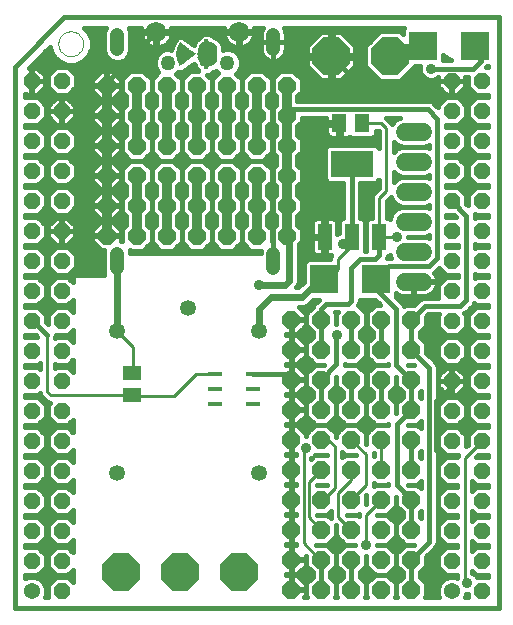
<source format=gbl>
G75*
%MOIN*%
%OFA0B0*%
%FSLAX24Y24*%
%IPPOS*%
%LPD*%
%AMOC8*
5,1,8,0,0,1.08239X$1,22.5*
%
%ADD10C,0.0160*%
%ADD11C,0.0000*%
%ADD12C,0.0540*%
%ADD13OC8,0.0540*%
%ADD14OC8,0.1250*%
%ADD15C,0.0472*%
%ADD16C,0.0531*%
%ADD17R,0.0480X0.0880*%
%ADD18R,0.1417X0.0866*%
%ADD19OC8,0.0600*%
%ADD20R,0.0480X0.0160*%
%ADD21R,0.0591X0.0512*%
%ADD22R,0.0945X0.0945*%
%ADD23C,0.0600*%
%ADD24R,0.0004X0.0421*%
%ADD25R,0.0004X0.0465*%
%ADD26R,0.0004X0.0492*%
%ADD27R,0.0004X0.0516*%
%ADD28R,0.0004X0.0531*%
%ADD29R,0.0004X0.0547*%
%ADD30R,0.0004X0.0563*%
%ADD31R,0.0004X0.0575*%
%ADD32R,0.0004X0.0587*%
%ADD33R,0.0004X0.0598*%
%ADD34R,0.0004X0.0610*%
%ADD35R,0.0004X0.0618*%
%ADD36R,0.0004X0.0626*%
%ADD37R,0.0004X0.0638*%
%ADD38R,0.0004X0.0646*%
%ADD39R,0.0004X0.0650*%
%ADD40R,0.0004X0.0657*%
%ADD41R,0.0004X0.0665*%
%ADD42R,0.0004X0.0673*%
%ADD43R,0.0004X0.0677*%
%ADD44R,0.0004X0.0685*%
%ADD45R,0.0004X0.0689*%
%ADD46R,0.0004X0.0693*%
%ADD47R,0.0004X0.0701*%
%ADD48R,0.0004X0.0705*%
%ADD49R,0.0004X0.0709*%
%ADD50R,0.0004X0.0717*%
%ADD51R,0.0004X0.0720*%
%ADD52R,0.0004X0.0724*%
%ADD53R,0.0004X0.0728*%
%ADD54R,0.0004X0.0732*%
%ADD55R,0.0004X0.0736*%
%ADD56R,0.0004X0.0740*%
%ADD57R,0.0004X0.0744*%
%ADD58R,0.0004X0.0748*%
%ADD59R,0.0004X0.0752*%
%ADD60R,0.0004X0.0756*%
%ADD61R,0.0004X0.0760*%
%ADD62R,0.0004X0.0764*%
%ADD63R,0.0004X0.0768*%
%ADD64R,0.0004X0.0772*%
%ADD65R,0.0004X0.0776*%
%ADD66R,0.0004X0.0780*%
%ADD67R,0.0004X0.0783*%
%ADD68R,0.0004X0.0787*%
%ADD69R,0.0004X0.0791*%
%ADD70R,0.0004X0.0795*%
%ADD71R,0.0004X0.0799*%
%ADD72R,0.0004X0.0803*%
%ADD73R,0.0004X0.0807*%
%ADD74R,0.0004X0.0811*%
%ADD75R,0.0004X0.0815*%
%ADD76R,0.0004X0.0819*%
%ADD77R,0.0004X0.0823*%
%ADD78R,0.0004X0.0827*%
%ADD79R,0.0004X0.0831*%
%ADD80R,0.0004X0.0835*%
%ADD81R,0.0004X0.0839*%
%ADD82R,0.0004X0.0909*%
%ADD83R,0.0004X0.0937*%
%ADD84R,0.0004X0.0953*%
%ADD85R,0.0004X0.0961*%
%ADD86R,0.0004X0.0969*%
%ADD87R,0.0004X0.0976*%
%ADD88R,0.0004X0.0980*%
%ADD89R,0.0004X0.0984*%
%ADD90R,0.0004X0.0965*%
%ADD91R,0.0004X0.0957*%
%ADD92R,0.0004X0.0945*%
%ADD93R,0.0004X0.0921*%
%ADD94R,0.0004X0.0232*%
%ADD95R,0.0004X0.0555*%
%ADD96R,0.0004X0.0224*%
%ADD97R,0.0004X0.0543*%
%ADD98R,0.0004X0.0539*%
%ADD99R,0.0004X0.0220*%
%ADD100R,0.0004X0.0535*%
%ADD101R,0.0004X0.0528*%
%ADD102R,0.0004X0.0520*%
%ADD103R,0.0004X0.0512*%
%ADD104R,0.0004X0.0500*%
%ADD105R,0.0004X0.0488*%
%ADD106R,0.0004X0.0484*%
%ADD107R,0.0004X0.0476*%
%ADD108R,0.0004X0.0449*%
%ADD109R,0.0004X0.0370*%
%ADD110R,0.0004X0.0043*%
%ADD111R,0.0004X0.0228*%
%ADD112R,0.0004X0.0358*%
%ADD113R,0.0004X0.0350*%
%ADD114R,0.0004X0.0343*%
%ADD115R,0.0004X0.0331*%
%ADD116R,0.0004X0.0319*%
%ADD117R,0.0004X0.0311*%
%ADD118R,0.0004X0.0307*%
%ADD119R,0.0004X0.0303*%
%ADD120R,0.0004X0.0063*%
%ADD121R,0.0004X0.0130*%
%ADD122R,0.0004X0.0445*%
%ADD123R,0.0004X0.0437*%
%ADD124R,0.0004X0.0433*%
%ADD125R,0.0004X0.0362*%
%ADD126R,0.0004X0.0047*%
%ADD127R,0.0004X0.0354*%
%ADD128R,0.0004X0.0031*%
%ADD129R,0.0004X0.0346*%
%ADD130R,0.0004X0.0339*%
%ADD131R,0.0004X0.0055*%
%ADD132R,0.0004X0.0177*%
%ADD133R,0.0004X0.0035*%
%ADD134R,0.0004X0.0161*%
%ADD135R,0.0004X0.0051*%
%ADD136R,0.0004X0.0142*%
%ADD137R,0.0004X0.0118*%
%ADD138R,0.0004X0.0091*%
%ADD139R,0.0004X0.0024*%
%ADD140R,0.0004X0.0020*%
%ADD141R,0.0004X0.0008*%
%ADD142R,0.0004X0.0004*%
%ADD143R,0.0004X0.0012*%
%ADD144R,0.0004X0.0028*%
%ADD145R,0.0004X0.0059*%
%ADD146R,0.0004X0.0067*%
%ADD147R,0.0004X0.0075*%
%ADD148R,0.0004X0.0083*%
%ADD149R,0.0004X0.0098*%
%ADD150R,0.0004X0.0106*%
%ADD151R,0.0004X0.0114*%
%ADD152R,0.0004X0.0122*%
%ADD153R,0.0004X0.0138*%
%ADD154R,0.0004X0.0146*%
%ADD155R,0.0004X0.0154*%
%ADD156R,0.0004X0.0165*%
%ADD157R,0.0004X0.0169*%
%ADD158R,0.0004X0.0185*%
%ADD159R,0.0004X0.0189*%
%ADD160R,0.0004X0.0193*%
%ADD161R,0.0004X0.0201*%
%ADD162R,0.0004X0.0209*%
%ADD163R,0.0004X0.0213*%
%ADD164R,0.0004X0.0217*%
%ADD165R,0.0004X0.0236*%
%ADD166R,0.0004X0.0240*%
%ADD167R,0.0004X0.0248*%
%ADD168R,0.0004X0.0256*%
%ADD169R,0.0004X0.0264*%
%ADD170R,0.0004X0.0272*%
%ADD171R,0.0004X0.0280*%
%ADD172R,0.0004X0.0287*%
%ADD173R,0.0004X0.0295*%
%ADD174R,0.0004X0.0299*%
%ADD175R,0.0004X0.0126*%
%ADD176R,0.0004X0.0157*%
%ADD177R,0.0004X0.0134*%
%ADD178R,0.0004X0.0173*%
%ADD179R,0.0004X0.0366*%
%ADD180R,0.0004X0.0374*%
%ADD181R,0.0004X0.0382*%
%ADD182R,0.0004X0.0390*%
%ADD183R,0.0004X0.0394*%
%ADD184R,0.0004X0.0398*%
%ADD185R,0.0004X0.0406*%
%ADD186R,0.0004X0.0409*%
%ADD187R,0.0004X0.0417*%
%ADD188R,0.0004X0.0429*%
%ADD189R,0.0004X0.0441*%
%ADD190R,0.0004X0.0453*%
%ADD191R,0.0004X0.0457*%
%ADD192R,0.0004X0.0469*%
%ADD193R,0.0004X0.0480*%
%ADD194R,0.0004X0.0504*%
%ADD195R,0.0004X0.0508*%
%ADD196R,0.0004X0.0551*%
%ADD197R,0.0004X0.0567*%
%ADD198R,0.0004X0.0579*%
%ADD199R,0.0004X0.0413*%
%ADD200R,0.0004X0.0425*%
%ADD201R,0.0004X0.0181*%
%ADD202R,0.0004X0.0634*%
%ADD203R,0.0004X0.0654*%
%ADD204R,0.0004X0.0661*%
%ADD205R,0.0004X0.0669*%
%ADD206R,0.0004X0.0697*%
%ADD207R,0.0004X0.0244*%
%ADD208R,0.0004X0.0252*%
%ADD209R,0.0004X0.0461*%
%ADD210R,0.0004X0.0094*%
%ADD211R,0.0004X0.0622*%
%ADD212R,0.0004X0.0102*%
%ADD213R,0.0004X0.0630*%
%ADD214R,0.0004X0.0614*%
%ADD215R,0.0004X0.0583*%
%ADD216R,0.0004X0.0327*%
%ADD217C,0.0679*%
%ADD218C,0.0502*%
%ADD219R,0.0512X0.0591*%
%ADD220C,0.0320*%
%ADD221C,0.0356*%
%ADD222C,0.0100*%
%ADD223C,0.0240*%
D10*
X002057Y000180D02*
X018199Y000180D01*
X018199Y019865D01*
X003710Y019865D01*
X002057Y018211D01*
X002057Y000180D01*
X002417Y001156D02*
X002417Y001281D01*
X002433Y001265D01*
X002823Y001265D01*
X003098Y001540D01*
X003098Y001930D01*
X002823Y002205D01*
X002433Y002205D01*
X002417Y002189D01*
X002417Y002281D01*
X002433Y002265D01*
X002823Y002265D01*
X003098Y002540D01*
X003098Y002930D01*
X002823Y003205D01*
X002433Y003205D01*
X002417Y003189D01*
X002417Y003281D01*
X002433Y003265D01*
X002823Y003265D01*
X003098Y003540D01*
X003098Y003930D01*
X002823Y004205D01*
X002433Y004205D01*
X002417Y004189D01*
X002417Y004281D01*
X002433Y004265D01*
X002823Y004265D01*
X003098Y004540D01*
X003098Y004930D01*
X002823Y005205D01*
X002433Y005205D01*
X002417Y005189D01*
X002417Y005281D01*
X002433Y005265D01*
X002823Y005265D01*
X003098Y005540D01*
X003098Y005930D01*
X002823Y006205D01*
X002433Y006205D01*
X002417Y006189D01*
X002417Y006281D01*
X002433Y006265D01*
X002823Y006265D01*
X003098Y006540D01*
X003098Y006930D01*
X002823Y007205D01*
X002433Y007205D01*
X002417Y007189D01*
X002417Y007281D01*
X002433Y007265D01*
X002823Y007265D01*
X002890Y007333D01*
X002928Y007243D01*
X003046Y007125D01*
X003116Y007055D01*
X003208Y007017D01*
X003245Y007017D01*
X003158Y006930D01*
X003158Y006540D01*
X003433Y006265D01*
X003823Y006265D01*
X004006Y006448D01*
X004006Y006022D01*
X003823Y006205D01*
X003433Y006205D01*
X003158Y005930D01*
X003158Y005540D01*
X003433Y005265D01*
X003823Y005265D01*
X004006Y005448D01*
X004006Y005022D01*
X003823Y005205D01*
X003433Y005205D01*
X003158Y004930D01*
X003158Y004540D01*
X003433Y004265D01*
X003823Y004265D01*
X004006Y004448D01*
X004006Y004022D01*
X003823Y004205D01*
X003433Y004205D01*
X003158Y003930D01*
X003158Y003540D01*
X003433Y003265D01*
X003823Y003265D01*
X004006Y003448D01*
X004006Y003022D01*
X003823Y003205D01*
X003433Y003205D01*
X003158Y002930D01*
X003158Y002540D01*
X003433Y002265D01*
X003823Y002265D01*
X004006Y002448D01*
X004006Y002022D01*
X003823Y002205D01*
X003433Y002205D01*
X003158Y001930D01*
X003158Y001540D01*
X003433Y001265D01*
X003823Y001265D01*
X004006Y001448D01*
X004005Y001448D01*
X004006Y001448D02*
X004006Y001022D01*
X003823Y001205D01*
X003433Y001205D01*
X003158Y000930D01*
X003158Y000540D01*
X003056Y000540D01*
X003098Y000642D01*
X003098Y000829D01*
X003026Y001001D01*
X002894Y001134D01*
X002721Y001205D01*
X002534Y001205D01*
X002417Y001156D01*
X002847Y001290D02*
X003409Y001290D01*
X003359Y001131D02*
X002897Y001131D01*
X003038Y000973D02*
X003201Y000973D01*
X003158Y000814D02*
X003098Y000814D01*
X003098Y000656D02*
X003158Y000656D01*
X003158Y000540D02*
X003158Y000540D01*
X003897Y001131D02*
X004006Y001131D01*
X004006Y001290D02*
X003847Y001290D01*
X003250Y001448D02*
X003005Y001448D01*
X003098Y001607D02*
X003158Y001607D01*
X003158Y001765D02*
X003098Y001765D01*
X003098Y001924D02*
X003158Y001924D01*
X003310Y002082D02*
X002946Y002082D01*
X002956Y002399D02*
X003299Y002399D01*
X003158Y002558D02*
X003098Y002558D01*
X003098Y002716D02*
X003158Y002716D01*
X003158Y002875D02*
X003098Y002875D01*
X002995Y003033D02*
X003261Y003033D01*
X003420Y003192D02*
X002836Y003192D01*
X002907Y003350D02*
X003348Y003350D01*
X003190Y003509D02*
X003066Y003509D01*
X003098Y003667D02*
X003158Y003667D01*
X003158Y003826D02*
X003098Y003826D01*
X003044Y003984D02*
X003212Y003984D01*
X003371Y004143D02*
X002885Y004143D01*
X002858Y004301D02*
X003397Y004301D01*
X003239Y004460D02*
X003017Y004460D01*
X003098Y004618D02*
X003158Y004618D01*
X003158Y004777D02*
X003098Y004777D01*
X003093Y004935D02*
X003163Y004935D01*
X003322Y005094D02*
X002934Y005094D01*
X002968Y005411D02*
X003288Y005411D01*
X003158Y005569D02*
X003098Y005569D01*
X003098Y005728D02*
X003158Y005728D01*
X003158Y005886D02*
X003098Y005886D01*
X002983Y006045D02*
X003273Y006045D01*
X003431Y006203D02*
X002825Y006203D01*
X002919Y006362D02*
X003337Y006362D01*
X003178Y006520D02*
X003077Y006520D01*
X003098Y006679D02*
X003158Y006679D01*
X003158Y006837D02*
X003098Y006837D01*
X003032Y006996D02*
X003224Y006996D01*
X003017Y007154D02*
X002874Y007154D01*
X002870Y007313D02*
X002899Y007313D01*
X002890Y008138D02*
X002823Y008205D01*
X002433Y008205D01*
X002417Y008189D01*
X002417Y008281D01*
X002433Y008265D01*
X002823Y008265D01*
X002890Y008332D01*
X002890Y008138D01*
X002890Y008264D02*
X002417Y008264D01*
X002417Y009189D02*
X002417Y009281D01*
X002433Y009265D01*
X002753Y009265D01*
X002813Y009205D01*
X002433Y009205D01*
X002417Y009189D01*
X002417Y009215D02*
X002804Y009215D01*
X003140Y009274D02*
X002679Y009735D01*
X002628Y009735D01*
X003098Y009712D02*
X003098Y009930D01*
X002823Y010205D01*
X002433Y010205D01*
X002417Y010189D01*
X002417Y010281D01*
X002433Y010265D01*
X002823Y010265D01*
X003098Y010540D01*
X003098Y010930D01*
X002823Y011205D01*
X002433Y011205D01*
X002417Y011189D01*
X002417Y011281D01*
X002433Y011265D01*
X002823Y011265D01*
X003098Y011540D01*
X003098Y011930D01*
X002823Y012205D01*
X002433Y012205D01*
X002417Y012189D01*
X002417Y012281D01*
X002433Y012265D01*
X002823Y012265D01*
X003098Y012540D01*
X003098Y012930D01*
X002823Y013205D01*
X002433Y013205D01*
X002417Y013189D01*
X002417Y013281D01*
X002433Y013265D01*
X002823Y013265D01*
X003098Y013540D01*
X003098Y013930D01*
X002823Y014205D01*
X002433Y014205D01*
X002417Y014189D01*
X002417Y014281D01*
X002433Y014265D01*
X002823Y014265D01*
X003098Y014540D01*
X003098Y014930D01*
X002823Y015205D01*
X002433Y015205D01*
X002417Y015189D01*
X002417Y015281D01*
X002433Y015265D01*
X002823Y015265D01*
X003098Y015540D01*
X003098Y015930D01*
X002823Y016205D01*
X002433Y016205D01*
X002417Y016189D01*
X002417Y016281D01*
X002433Y016265D01*
X002823Y016265D01*
X003098Y016540D01*
X003098Y016930D01*
X002823Y017205D01*
X002433Y017205D01*
X002417Y017189D01*
X002417Y017310D01*
X002441Y017285D01*
X002618Y017285D01*
X002618Y017725D01*
X002638Y017725D01*
X002638Y017745D01*
X003078Y017745D01*
X003078Y017922D01*
X002814Y018185D01*
X002638Y018185D01*
X002638Y017745D01*
X002618Y017745D01*
X002618Y018185D01*
X002540Y018185D01*
X003234Y018879D01*
X003234Y018841D01*
X003339Y018586D01*
X003534Y018391D01*
X003789Y018286D01*
X004065Y018286D01*
X004320Y018391D01*
X004515Y018586D01*
X004620Y018841D01*
X004620Y019117D01*
X004515Y019372D01*
X004382Y019505D01*
X005093Y019505D01*
X005037Y019370D01*
X005037Y018724D01*
X005104Y018564D01*
X005226Y018441D01*
X005387Y018374D01*
X005560Y018374D01*
X005721Y018441D01*
X005843Y018564D01*
X005910Y018724D01*
X005910Y019370D01*
X005854Y019505D01*
X006278Y019505D01*
X006275Y019495D01*
X006262Y019414D01*
X006262Y019406D01*
X006748Y019406D01*
X006748Y019340D01*
X006262Y019340D01*
X006262Y019332D01*
X006275Y019251D01*
X006300Y019173D01*
X006337Y019101D01*
X006385Y019034D01*
X006443Y018977D01*
X006509Y018929D01*
X006582Y018891D01*
X006660Y018866D01*
X006740Y018853D01*
X006748Y018853D01*
X006748Y019340D01*
X006815Y019340D01*
X006815Y019406D01*
X007301Y019406D01*
X007301Y019414D01*
X007288Y019495D01*
X007285Y019505D01*
X009034Y019505D01*
X009030Y019495D01*
X009018Y019414D01*
X009018Y019406D01*
X009504Y019406D01*
X009504Y019340D01*
X009018Y019340D01*
X009018Y019332D01*
X009030Y019251D01*
X009056Y019173D01*
X009093Y019101D01*
X009141Y019034D01*
X009199Y018977D01*
X009265Y018929D01*
X009338Y018891D01*
X009416Y018866D01*
X009496Y018853D01*
X009504Y018853D01*
X009504Y019340D01*
X009570Y019340D01*
X009570Y018853D01*
X009578Y018853D01*
X009659Y018866D01*
X009737Y018891D01*
X009810Y018929D01*
X009876Y018977D01*
X009934Y019034D01*
X009982Y019101D01*
X010019Y019173D01*
X010044Y019251D01*
X010057Y019332D01*
X010057Y019340D01*
X009570Y019340D01*
X009570Y019406D01*
X010057Y019406D01*
X010057Y019414D01*
X010044Y019495D01*
X010041Y019505D01*
X010320Y019505D01*
X010318Y019501D01*
X010288Y019443D01*
X010268Y019381D01*
X010257Y019316D01*
X010257Y019047D01*
X010673Y019047D01*
X010673Y019047D01*
X010257Y019047D01*
X010257Y018778D01*
X010268Y018713D01*
X010288Y018651D01*
X010318Y018593D01*
X010356Y018540D01*
X010402Y018493D01*
X010455Y018455D01*
X010514Y018425D01*
X010576Y018405D01*
X010641Y018394D01*
X010673Y018394D01*
X010673Y019047D01*
X010673Y019047D01*
X010659Y019033D01*
X010659Y014176D01*
X010659Y011761D01*
X010257Y011991D02*
X005910Y011991D01*
X005910Y012070D01*
X005896Y012102D01*
X005913Y012086D01*
X006327Y012086D01*
X006620Y012378D01*
X006913Y012086D01*
X007327Y012086D01*
X007620Y012378D01*
X007620Y012793D01*
X007620Y012378D01*
X007913Y012086D01*
X008327Y012086D01*
X008620Y012378D01*
X008620Y012793D01*
X008620Y012378D01*
X008913Y012086D01*
X009327Y012086D01*
X009620Y012378D01*
X009620Y012793D01*
X009620Y012378D01*
X009913Y012086D01*
X010269Y012086D01*
X010268Y012081D01*
X010257Y012016D01*
X010257Y011991D01*
X010265Y012068D02*
X005910Y012068D01*
X005620Y012395D02*
X005600Y012403D01*
X005600Y012566D01*
X005140Y012566D01*
X005140Y012606D01*
X005100Y012606D01*
X005100Y013066D01*
X004921Y013066D01*
X004640Y012784D01*
X004640Y012606D01*
X005100Y012606D01*
X005100Y012566D01*
X004640Y012566D01*
X004640Y012387D01*
X004921Y012106D01*
X005052Y012106D01*
X005037Y012070D01*
X005037Y011664D01*
X005025Y011634D01*
X005025Y011523D01*
X005037Y011493D01*
X005037Y011424D01*
X005049Y011395D01*
X005049Y011282D01*
X004006Y011263D01*
X004006Y011022D01*
X003823Y011205D01*
X003433Y011205D01*
X003158Y010930D01*
X003158Y010540D01*
X003433Y010265D01*
X003823Y010265D01*
X004006Y010448D01*
X004006Y010022D01*
X003823Y010205D01*
X003433Y010205D01*
X003158Y009930D01*
X003158Y009652D01*
X003098Y009712D01*
X003120Y009690D02*
X003158Y009690D01*
X003158Y009849D02*
X003098Y009849D01*
X003021Y010007D02*
X003235Y010007D01*
X003394Y010166D02*
X002862Y010166D01*
X002881Y010324D02*
X003374Y010324D01*
X003216Y010483D02*
X003040Y010483D01*
X003098Y010641D02*
X003158Y010641D01*
X003158Y010800D02*
X003098Y010800D01*
X003070Y010958D02*
X003186Y010958D01*
X003345Y011117D02*
X002911Y011117D01*
X002832Y011275D02*
X003423Y011275D01*
X003433Y011265D02*
X003823Y011265D01*
X004098Y011540D01*
X004098Y011930D01*
X003823Y012205D01*
X003433Y012205D01*
X003158Y011930D01*
X003158Y011540D01*
X003433Y011265D01*
X003265Y011434D02*
X002991Y011434D01*
X003098Y011592D02*
X003158Y011592D01*
X003158Y011751D02*
X003098Y011751D01*
X003098Y011909D02*
X003158Y011909D01*
X003296Y012068D02*
X002960Y012068D01*
X002942Y012385D02*
X003342Y012385D01*
X003441Y012285D02*
X003178Y012549D01*
X003178Y012725D01*
X003618Y012725D01*
X003638Y012725D01*
X003638Y012745D01*
X004078Y012745D01*
X004078Y012922D01*
X003814Y013185D01*
X003638Y013185D01*
X003638Y012745D01*
X003618Y012745D01*
X003618Y013185D01*
X003441Y013185D01*
X003178Y012922D01*
X003178Y012745D01*
X003618Y012745D01*
X003618Y012725D01*
X003618Y012285D01*
X003441Y012285D01*
X003638Y012285D02*
X003814Y012285D01*
X004078Y012549D01*
X004078Y012725D01*
X003638Y012725D01*
X003638Y012285D01*
X003638Y012385D02*
X003618Y012385D01*
X003618Y012543D02*
X003638Y012543D01*
X003638Y012702D02*
X003618Y012702D01*
X003618Y012860D02*
X003638Y012860D01*
X003638Y013019D02*
X003618Y013019D01*
X003618Y013177D02*
X003638Y013177D01*
X003822Y013177D02*
X004850Y013177D01*
X004921Y013106D02*
X005100Y013106D01*
X005100Y013566D01*
X004640Y013566D01*
X004640Y013387D01*
X004921Y013106D01*
X004874Y013019D02*
X003981Y013019D01*
X004078Y012860D02*
X004716Y012860D01*
X004640Y012702D02*
X004078Y012702D01*
X004072Y012543D02*
X004640Y012543D01*
X004642Y012385D02*
X003914Y012385D01*
X003960Y012068D02*
X005037Y012068D01*
X005037Y011909D02*
X004098Y011909D01*
X004098Y011751D02*
X005037Y011751D01*
X005025Y011592D02*
X004098Y011592D01*
X003991Y011434D02*
X005037Y011434D01*
X005305Y011578D02*
X005473Y011747D01*
X004801Y012226D02*
X002417Y012226D01*
X003098Y012543D02*
X003184Y012543D01*
X003178Y012702D02*
X003098Y012702D01*
X003098Y012860D02*
X003178Y012860D01*
X003275Y013019D02*
X003009Y013019D01*
X002851Y013177D02*
X003433Y013177D01*
X003433Y013265D02*
X003823Y013265D01*
X004098Y013540D01*
X004098Y013930D01*
X003823Y014205D01*
X003433Y014205D01*
X003158Y013930D01*
X003158Y013540D01*
X003433Y013265D01*
X003363Y013336D02*
X002893Y013336D01*
X003051Y013494D02*
X003204Y013494D01*
X003158Y013653D02*
X003098Y013653D01*
X003098Y013811D02*
X003158Y013811D01*
X003198Y013970D02*
X003058Y013970D01*
X002900Y014128D02*
X003356Y014128D01*
X003433Y014265D02*
X003823Y014265D01*
X004098Y014540D01*
X004098Y014930D01*
X003823Y015205D01*
X003433Y015205D01*
X003158Y014930D01*
X003158Y014540D01*
X003433Y014265D01*
X003412Y014287D02*
X002844Y014287D01*
X003002Y014445D02*
X003253Y014445D01*
X003158Y014604D02*
X003098Y014604D01*
X003098Y014762D02*
X003158Y014762D01*
X003158Y014921D02*
X003098Y014921D01*
X002949Y015079D02*
X003307Y015079D01*
X003433Y015265D02*
X003823Y015265D01*
X004098Y015540D01*
X004098Y015930D01*
X003823Y016205D01*
X003433Y016205D01*
X003158Y015930D01*
X003158Y015540D01*
X003433Y015265D01*
X003302Y015396D02*
X002953Y015396D01*
X003098Y015555D02*
X003158Y015555D01*
X003158Y015713D02*
X003098Y015713D01*
X003098Y015872D02*
X003158Y015872D01*
X003258Y016030D02*
X002998Y016030D01*
X002839Y016189D02*
X003417Y016189D01*
X003441Y016285D02*
X003178Y016549D01*
X003178Y016725D01*
X003618Y016725D01*
X003638Y016725D01*
X003638Y016745D01*
X004078Y016745D01*
X004078Y016922D01*
X003814Y017185D01*
X003638Y017185D01*
X003638Y016745D01*
X003618Y016745D01*
X003618Y017185D01*
X003441Y017185D01*
X003178Y016922D01*
X003178Y016745D01*
X003618Y016745D01*
X003618Y016725D01*
X003618Y016285D01*
X003441Y016285D01*
X003380Y016347D02*
X002904Y016347D01*
X003063Y016506D02*
X003221Y016506D01*
X003178Y016664D02*
X003098Y016664D01*
X003098Y016823D02*
X003178Y016823D01*
X003237Y016981D02*
X003047Y016981D01*
X002888Y017140D02*
X003396Y017140D01*
X003433Y017265D02*
X003823Y017265D01*
X004098Y017540D01*
X004098Y017930D01*
X003823Y018205D01*
X003433Y018205D01*
X003158Y017930D01*
X003158Y017540D01*
X003433Y017265D01*
X003400Y017298D02*
X002827Y017298D01*
X002814Y017285D02*
X003078Y017549D01*
X003078Y017725D01*
X002638Y017725D01*
X002638Y017285D01*
X002814Y017285D01*
X002638Y017298D02*
X002618Y017298D01*
X002618Y017457D02*
X002638Y017457D01*
X002638Y017615D02*
X002618Y017615D01*
X002618Y017774D02*
X002638Y017774D01*
X002638Y017932D02*
X002618Y017932D01*
X002618Y018091D02*
X002638Y018091D01*
X002604Y018249D02*
X006724Y018249D01*
X006724Y018250D02*
X006793Y018084D01*
X006852Y018025D01*
X006620Y017793D01*
X006620Y017378D01*
X006760Y017238D01*
X006760Y016933D01*
X006620Y016793D01*
X006620Y016378D01*
X006760Y016238D01*
X006760Y015933D01*
X006620Y015793D01*
X006620Y015378D01*
X006913Y015086D01*
X007327Y015086D01*
X007620Y015378D01*
X007620Y015793D01*
X007620Y015378D01*
X007913Y015086D01*
X008327Y015086D01*
X008620Y015378D01*
X008913Y015086D01*
X009327Y015086D01*
X009620Y015378D01*
X009913Y015086D01*
X010327Y015086D01*
X010620Y015378D01*
X010620Y015793D01*
X010620Y015378D01*
X010760Y015238D01*
X010760Y014933D01*
X010620Y014793D01*
X010620Y014378D01*
X010620Y014793D01*
X010327Y015086D01*
X009913Y015086D01*
X009620Y014793D01*
X009620Y014378D01*
X009480Y014238D01*
X009480Y013933D01*
X009620Y013793D01*
X009620Y013378D01*
X009620Y013793D01*
X009760Y013933D01*
X009760Y014238D01*
X009620Y014378D01*
X009620Y014793D01*
X009327Y015086D01*
X008913Y015086D01*
X008620Y014793D01*
X008620Y014378D01*
X008480Y014238D01*
X008480Y013933D01*
X008620Y013793D01*
X008620Y013378D01*
X008620Y013793D01*
X008760Y013933D01*
X008760Y014238D01*
X008620Y014378D01*
X008620Y014793D01*
X008327Y015086D01*
X007913Y015086D01*
X007620Y014793D01*
X007620Y014378D01*
X007620Y014793D01*
X007327Y015086D01*
X006913Y015086D01*
X006620Y014793D01*
X006620Y014378D01*
X006760Y014238D01*
X006760Y013933D01*
X006620Y013793D01*
X006620Y013378D01*
X006760Y013238D01*
X006760Y012933D01*
X006620Y012793D01*
X006620Y012378D01*
X006620Y012793D01*
X006480Y012933D01*
X006480Y013238D01*
X006620Y013378D01*
X006620Y013793D01*
X006480Y013933D01*
X006480Y014238D01*
X006620Y014378D01*
X006620Y014793D01*
X006327Y015086D01*
X006620Y015378D01*
X006620Y015793D01*
X006480Y015933D01*
X006480Y016238D01*
X006620Y016378D01*
X006620Y016793D01*
X006480Y016933D01*
X006480Y017238D01*
X006620Y017378D01*
X006620Y017793D01*
X006327Y018086D01*
X005913Y018086D01*
X005620Y017793D01*
X005620Y017378D01*
X005760Y017238D01*
X005760Y016933D01*
X005620Y016793D01*
X005620Y016378D01*
X005760Y016238D01*
X005760Y015933D01*
X005620Y015793D01*
X005620Y015378D01*
X005913Y015086D01*
X006327Y015086D01*
X005913Y015086D01*
X005620Y014793D01*
X005620Y014378D01*
X005760Y014238D01*
X005760Y013933D01*
X005620Y013793D01*
X005620Y013378D01*
X005760Y013238D01*
X005760Y012933D01*
X005620Y012793D01*
X005620Y012395D01*
X005620Y012543D02*
X005600Y012543D01*
X005600Y012606D02*
X005600Y012784D01*
X005319Y013066D01*
X005140Y013066D01*
X005140Y012606D01*
X005600Y012606D01*
X005600Y012702D02*
X005620Y012702D01*
X005687Y012860D02*
X005524Y012860D01*
X005366Y013019D02*
X005760Y013019D01*
X005760Y013177D02*
X005390Y013177D01*
X005319Y013106D02*
X005600Y013387D01*
X005600Y013566D01*
X005140Y013566D01*
X005140Y013606D01*
X005100Y013606D01*
X005100Y014066D01*
X004921Y014066D01*
X004640Y013784D01*
X004640Y013606D01*
X005100Y013606D01*
X005100Y013566D01*
X005140Y013566D01*
X005140Y013106D01*
X005319Y013106D01*
X005140Y013177D02*
X005100Y013177D01*
X005100Y013019D02*
X005140Y013019D01*
X005140Y012860D02*
X005100Y012860D01*
X005100Y012702D02*
X005140Y012702D01*
X005140Y013336D02*
X005100Y013336D01*
X005100Y013494D02*
X005140Y013494D01*
X005140Y013606D02*
X005600Y013606D01*
X005600Y013784D01*
X005319Y014066D01*
X005140Y014066D01*
X005140Y013606D01*
X005140Y013653D02*
X005100Y013653D01*
X005100Y013811D02*
X005140Y013811D01*
X005140Y013970D02*
X005100Y013970D01*
X005100Y014106D02*
X004921Y014106D01*
X004640Y014387D01*
X004640Y014566D01*
X005100Y014566D01*
X005100Y014606D01*
X005100Y015066D01*
X004921Y015066D01*
X004640Y014784D01*
X004640Y014606D01*
X005100Y014606D01*
X005140Y014606D01*
X005140Y015066D01*
X005319Y015066D01*
X005600Y014784D01*
X005600Y014606D01*
X005140Y014606D01*
X005140Y014566D01*
X005600Y014566D01*
X005600Y014387D01*
X005319Y014106D01*
X005140Y014106D01*
X005140Y014566D01*
X005100Y014566D01*
X005100Y014106D01*
X005100Y014128D02*
X005140Y014128D01*
X005140Y014287D02*
X005100Y014287D01*
X005100Y014445D02*
X005140Y014445D01*
X005140Y014604D02*
X005620Y014604D01*
X005620Y014762D02*
X005600Y014762D01*
X005464Y014921D02*
X005748Y014921D01*
X005906Y015079D02*
X003949Y015079D01*
X004098Y014921D02*
X004776Y014921D01*
X004640Y014762D02*
X004098Y014762D01*
X004098Y014604D02*
X005100Y014604D01*
X005100Y014762D02*
X005140Y014762D01*
X005140Y014921D02*
X005100Y014921D01*
X005100Y015106D02*
X004921Y015106D01*
X004640Y015387D01*
X004640Y015566D01*
X005100Y015566D01*
X005100Y015606D01*
X005100Y016066D01*
X004921Y016066D01*
X004640Y015784D01*
X004640Y015606D01*
X005100Y015606D01*
X005140Y015606D01*
X005140Y016066D01*
X005319Y016066D01*
X005600Y015784D01*
X005600Y015606D01*
X005140Y015606D01*
X005140Y015566D01*
X005600Y015566D01*
X005600Y015387D01*
X005319Y015106D01*
X005140Y015106D01*
X005140Y015566D01*
X005100Y015566D01*
X005100Y015106D01*
X005100Y015238D02*
X005140Y015238D01*
X005140Y015396D02*
X005100Y015396D01*
X005100Y015555D02*
X005140Y015555D01*
X005140Y015713D02*
X005100Y015713D01*
X005100Y015872D02*
X005140Y015872D01*
X005140Y016030D02*
X005100Y016030D01*
X005100Y016106D02*
X004921Y016106D01*
X004640Y016387D01*
X004640Y016566D01*
X005100Y016566D01*
X005100Y016606D01*
X005100Y017066D01*
X004921Y017066D01*
X004640Y016784D01*
X004640Y016606D01*
X005100Y016606D01*
X005140Y016606D01*
X005140Y017066D01*
X005319Y017066D01*
X005600Y016784D01*
X005600Y016606D01*
X005140Y016606D01*
X005140Y016566D01*
X005600Y016566D01*
X005600Y016387D01*
X005319Y016106D01*
X005140Y016106D01*
X005140Y016566D01*
X005100Y016566D01*
X005100Y016106D01*
X005100Y016189D02*
X005140Y016189D01*
X005140Y016347D02*
X005100Y016347D01*
X005100Y016506D02*
X005140Y016506D01*
X005140Y016664D02*
X005100Y016664D01*
X005100Y016823D02*
X005140Y016823D01*
X005140Y016981D02*
X005100Y016981D01*
X005100Y017106D02*
X005100Y017566D01*
X004640Y017566D01*
X004640Y017387D01*
X004921Y017106D01*
X005100Y017106D01*
X005100Y017140D02*
X005140Y017140D01*
X005140Y017106D02*
X005319Y017106D01*
X005600Y017387D01*
X005600Y017566D01*
X005140Y017566D01*
X005140Y017606D01*
X005100Y017606D01*
X005100Y018066D01*
X004921Y018066D01*
X004640Y017784D01*
X004640Y017606D01*
X005100Y017606D01*
X005100Y017566D01*
X005140Y017566D01*
X005140Y017106D01*
X005140Y017298D02*
X005100Y017298D01*
X005100Y017457D02*
X005140Y017457D01*
X005120Y017586D02*
X005120Y017711D01*
X006781Y019373D01*
X009537Y019373D01*
X009504Y019359D02*
X006815Y019359D01*
X006815Y019340D02*
X007301Y019340D01*
X007301Y019332D01*
X007288Y019251D01*
X007263Y019173D01*
X007226Y019101D01*
X007178Y019034D01*
X007120Y018977D01*
X007054Y018929D01*
X006981Y018891D01*
X006903Y018866D01*
X006822Y018853D01*
X006815Y018853D01*
X006815Y019340D01*
X006748Y019359D02*
X005910Y019359D01*
X005910Y019200D02*
X006291Y019200D01*
X006380Y019042D02*
X005910Y019042D01*
X005910Y018883D02*
X006608Y018883D01*
X006748Y018883D02*
X006815Y018883D01*
X006955Y018883D02*
X007300Y018883D01*
X007300Y018887D02*
X007300Y018875D01*
X007296Y018871D01*
X007296Y018859D01*
X007292Y018855D01*
X007292Y018844D01*
X007288Y018840D01*
X007288Y018824D01*
X007284Y018820D01*
X007284Y018800D01*
X007280Y018796D01*
X007280Y018784D01*
X007265Y018790D01*
X007085Y018790D01*
X006920Y018722D01*
X006793Y018595D01*
X006724Y018429D01*
X006724Y018250D01*
X006724Y018408D02*
X005640Y018408D01*
X005844Y018566D02*
X006781Y018566D01*
X006926Y018725D02*
X005910Y018725D01*
X005307Y018408D02*
X004336Y018408D01*
X004494Y018566D02*
X005103Y018566D01*
X005037Y018725D02*
X004572Y018725D01*
X004620Y018883D02*
X005037Y018883D01*
X005037Y019042D02*
X004620Y019042D01*
X004586Y019200D02*
X005037Y019200D01*
X005037Y019359D02*
X004520Y019359D01*
X003518Y018408D02*
X002762Y018408D01*
X002921Y018566D02*
X003360Y018566D01*
X003282Y018725D02*
X003079Y018725D01*
X002909Y018091D02*
X003319Y018091D01*
X003160Y017932D02*
X003067Y017932D01*
X003078Y017774D02*
X003158Y017774D01*
X003158Y017615D02*
X003078Y017615D01*
X002986Y017457D02*
X003242Y017457D01*
X003618Y017140D02*
X003638Y017140D01*
X003638Y016981D02*
X003618Y016981D01*
X003618Y016823D02*
X003638Y016823D01*
X003638Y016725D02*
X004078Y016725D01*
X004078Y016549D01*
X003814Y016285D01*
X003638Y016285D01*
X003638Y016725D01*
X003638Y016664D02*
X003618Y016664D01*
X003618Y016506D02*
X003638Y016506D01*
X003638Y016347D02*
X003618Y016347D01*
X003876Y016347D02*
X004680Y016347D01*
X004640Y016506D02*
X004035Y016506D01*
X004078Y016664D02*
X004640Y016664D01*
X004678Y016823D02*
X004078Y016823D01*
X004018Y016981D02*
X004837Y016981D01*
X004887Y017140D02*
X003860Y017140D01*
X003855Y017298D02*
X004729Y017298D01*
X004640Y017457D02*
X004014Y017457D01*
X004098Y017615D02*
X004640Y017615D01*
X004640Y017774D02*
X004098Y017774D01*
X004096Y017932D02*
X004788Y017932D01*
X005100Y017932D02*
X005140Y017932D01*
X005140Y018066D02*
X005140Y017606D01*
X005600Y017606D01*
X005600Y017784D01*
X005319Y018066D01*
X005140Y018066D01*
X005140Y017774D02*
X005100Y017774D01*
X005100Y017615D02*
X005140Y017615D01*
X005452Y017932D02*
X005759Y017932D01*
X005620Y017774D02*
X005600Y017774D01*
X005600Y017615D02*
X005620Y017615D01*
X005620Y017457D02*
X005600Y017457D01*
X005511Y017298D02*
X005700Y017298D01*
X005760Y017140D02*
X005353Y017140D01*
X005403Y016981D02*
X005760Y016981D01*
X005650Y016823D02*
X005562Y016823D01*
X005600Y016664D02*
X005620Y016664D01*
X005620Y016506D02*
X005600Y016506D01*
X005560Y016347D02*
X005651Y016347D01*
X005760Y016189D02*
X005402Y016189D01*
X005354Y016030D02*
X005760Y016030D01*
X005699Y015872D02*
X005513Y015872D01*
X005600Y015713D02*
X005620Y015713D01*
X005620Y015555D02*
X005600Y015555D01*
X005600Y015396D02*
X005620Y015396D01*
X005761Y015238D02*
X005451Y015238D01*
X004789Y015238D02*
X002417Y015238D01*
X003839Y016189D02*
X004838Y016189D01*
X004886Y016030D02*
X003998Y016030D01*
X004098Y015872D02*
X004727Y015872D01*
X004640Y015713D02*
X004098Y015713D01*
X004098Y015555D02*
X004640Y015555D01*
X004640Y015396D02*
X003953Y015396D01*
X004002Y014445D02*
X004640Y014445D01*
X004740Y014287D02*
X003844Y014287D01*
X003900Y014128D02*
X004899Y014128D01*
X004825Y013970D02*
X004058Y013970D01*
X004098Y013811D02*
X004667Y013811D01*
X004640Y013653D02*
X004098Y013653D01*
X004051Y013494D02*
X004640Y013494D01*
X004691Y013336D02*
X003893Y013336D01*
X005341Y014128D02*
X005760Y014128D01*
X005760Y013970D02*
X005415Y013970D01*
X005573Y013811D02*
X005638Y013811D01*
X005620Y013653D02*
X005600Y013653D01*
X005600Y013494D02*
X005620Y013494D01*
X005663Y013336D02*
X005549Y013336D01*
X006480Y013177D02*
X006760Y013177D01*
X006760Y013019D02*
X006480Y013019D01*
X006553Y012860D02*
X006687Y012860D01*
X006620Y012702D02*
X006620Y012702D01*
X006620Y012543D02*
X006620Y012543D01*
X006620Y012385D02*
X006620Y012385D01*
X006468Y012226D02*
X006772Y012226D01*
X007468Y012226D02*
X007772Y012226D01*
X007620Y012385D02*
X007620Y012385D01*
X007620Y012543D02*
X007620Y012543D01*
X007620Y012702D02*
X007620Y012702D01*
X007620Y012793D02*
X007480Y012933D01*
X007480Y013238D01*
X007620Y013378D01*
X007620Y013793D01*
X007620Y013378D01*
X007760Y013238D01*
X007760Y012933D01*
X007620Y012793D01*
X007553Y012860D02*
X007687Y012860D01*
X007760Y013019D02*
X007480Y013019D01*
X007480Y013177D02*
X007760Y013177D01*
X007663Y013336D02*
X007577Y013336D01*
X007620Y013494D02*
X007620Y013494D01*
X007620Y013653D02*
X007620Y013653D01*
X007620Y013793D02*
X007480Y013933D01*
X007480Y014238D01*
X007620Y014378D01*
X007760Y014238D01*
X007760Y013933D01*
X007620Y013793D01*
X007602Y013811D02*
X007638Y013811D01*
X007760Y013970D02*
X007480Y013970D01*
X007480Y014128D02*
X007760Y014128D01*
X007712Y014287D02*
X007528Y014287D01*
X007620Y014445D02*
X007620Y014445D01*
X007620Y014604D02*
X007620Y014604D01*
X007620Y014762D02*
X007620Y014762D01*
X007492Y014921D02*
X007748Y014921D01*
X007906Y015079D02*
X007334Y015079D01*
X007479Y015238D02*
X007761Y015238D01*
X007620Y015396D02*
X007620Y015396D01*
X007620Y015555D02*
X007620Y015555D01*
X007620Y015713D02*
X007620Y015713D01*
X007620Y015793D02*
X007480Y015933D01*
X007480Y016238D01*
X007620Y016378D01*
X007620Y016793D01*
X007620Y016378D01*
X007760Y016238D01*
X007760Y015933D01*
X007620Y015793D01*
X007541Y015872D02*
X007699Y015872D01*
X007760Y016030D02*
X007480Y016030D01*
X007480Y016189D02*
X007760Y016189D01*
X007651Y016347D02*
X007589Y016347D01*
X007620Y016506D02*
X007620Y016506D01*
X007620Y016664D02*
X007620Y016664D01*
X007620Y016793D02*
X007480Y016933D01*
X007480Y017238D01*
X007620Y017378D01*
X007760Y017238D01*
X007760Y016933D01*
X007620Y016793D01*
X007590Y016823D02*
X007650Y016823D01*
X007760Y016981D02*
X007480Y016981D01*
X007480Y017140D02*
X007760Y017140D01*
X007700Y017298D02*
X007540Y017298D01*
X007620Y017378D02*
X007620Y017793D01*
X007620Y017378D01*
X007620Y017457D02*
X007620Y017457D01*
X007620Y017615D02*
X007620Y017615D01*
X007620Y017774D02*
X007620Y017774D01*
X007620Y017793D02*
X007913Y018086D01*
X008184Y018086D01*
X008087Y018182D01*
X008087Y018186D01*
X008083Y018190D01*
X008083Y018194D01*
X008079Y018198D01*
X008079Y018205D01*
X008075Y018209D01*
X008075Y018261D01*
X008031Y018305D01*
X008024Y018297D01*
X008020Y018297D01*
X008008Y018285D01*
X008004Y018285D01*
X007992Y018273D01*
X007988Y018273D01*
X007976Y018261D01*
X007972Y018261D01*
X007961Y018250D01*
X007957Y018250D01*
X007945Y018238D01*
X007941Y018238D01*
X007929Y018226D01*
X007925Y018226D01*
X007913Y018214D01*
X007909Y018214D01*
X007898Y018202D01*
X007894Y018202D01*
X007882Y018191D01*
X007878Y018191D01*
X007866Y018179D01*
X007862Y018179D01*
X007858Y018175D01*
X007858Y018175D01*
X007854Y018171D01*
X007850Y018171D01*
X007839Y018159D01*
X007835Y018159D01*
X007823Y018147D01*
X007819Y018147D01*
X007807Y018136D01*
X007803Y018136D01*
X007791Y018124D01*
X007787Y018124D01*
X007776Y018112D01*
X007772Y018112D01*
X007760Y018100D01*
X007756Y018100D01*
X007744Y018088D01*
X007740Y018088D01*
X007728Y018076D01*
X007724Y018076D01*
X007713Y018065D01*
X007709Y018065D01*
X007697Y018053D01*
X007693Y018053D01*
X007685Y018045D01*
X007518Y018045D01*
X007443Y017970D01*
X007620Y017793D01*
X007481Y017932D02*
X007759Y017932D01*
X007746Y018091D02*
X008179Y018091D01*
X008075Y018249D02*
X007956Y018249D01*
X008482Y017931D02*
X008567Y017931D01*
X008571Y017935D01*
X008579Y017935D01*
X008665Y018021D01*
X008669Y018021D01*
X008673Y018025D01*
X008681Y018025D01*
X008685Y018029D01*
X008697Y018029D01*
X008701Y018033D01*
X008709Y018033D01*
X008713Y018037D01*
X008717Y018037D01*
X008721Y018041D01*
X008728Y018041D01*
X008732Y018045D01*
X008736Y018045D01*
X008740Y018049D01*
X008748Y018049D01*
X008752Y018053D01*
X008756Y018053D01*
X008760Y018057D01*
X008764Y018057D01*
X008768Y018061D01*
X008772Y018061D01*
X008776Y018065D01*
X008780Y018065D01*
X008836Y018009D01*
X008620Y017793D01*
X008620Y017378D01*
X008760Y017238D01*
X008760Y016933D01*
X008620Y016793D01*
X008620Y016378D01*
X008760Y016238D01*
X008760Y015933D01*
X008620Y015793D01*
X008620Y015378D01*
X008620Y015793D01*
X008480Y015933D01*
X008480Y016238D01*
X008620Y016378D01*
X008620Y016793D01*
X008480Y016933D01*
X008480Y017238D01*
X008620Y017378D01*
X008620Y017793D01*
X008482Y017931D01*
X008568Y017932D02*
X008759Y017932D01*
X008780Y018065D02*
X008780Y018065D01*
X008620Y017774D02*
X008620Y017774D01*
X008620Y017615D02*
X008620Y017615D01*
X008620Y017457D02*
X008620Y017457D01*
X008540Y017298D02*
X008700Y017298D01*
X008760Y017140D02*
X008480Y017140D01*
X008480Y016981D02*
X008760Y016981D01*
X008650Y016823D02*
X008590Y016823D01*
X008620Y016664D02*
X008620Y016664D01*
X008620Y016506D02*
X008620Y016506D01*
X008589Y016347D02*
X008651Y016347D01*
X008760Y016189D02*
X008480Y016189D01*
X008480Y016030D02*
X008760Y016030D01*
X008699Y015872D02*
X008541Y015872D01*
X008620Y015713D02*
X008620Y015713D01*
X008620Y015555D02*
X008620Y015555D01*
X008620Y015396D02*
X008620Y015396D01*
X008479Y015238D02*
X008761Y015238D01*
X008906Y015079D02*
X008334Y015079D01*
X008492Y014921D02*
X008748Y014921D01*
X008620Y014762D02*
X008620Y014762D01*
X008620Y014604D02*
X008620Y014604D01*
X008620Y014445D02*
X008620Y014445D01*
X008528Y014287D02*
X008712Y014287D01*
X008760Y014128D02*
X008480Y014128D01*
X008480Y013970D02*
X008760Y013970D01*
X008638Y013811D02*
X008602Y013811D01*
X008620Y013653D02*
X008620Y013653D01*
X008620Y013494D02*
X008620Y013494D01*
X008620Y013378D02*
X008480Y013238D01*
X008480Y012933D01*
X008620Y012793D01*
X008760Y012933D01*
X008760Y013238D01*
X008620Y013378D01*
X008577Y013336D02*
X008663Y013336D01*
X008760Y013177D02*
X008480Y013177D01*
X008480Y013019D02*
X008760Y013019D01*
X008687Y012860D02*
X008553Y012860D01*
X008620Y012702D02*
X008620Y012702D01*
X008620Y012543D02*
X008620Y012543D01*
X008620Y012385D02*
X008620Y012385D01*
X008468Y012226D02*
X008772Y012226D01*
X009468Y012226D02*
X009772Y012226D01*
X009620Y012385D02*
X009620Y012385D01*
X009620Y012543D02*
X009620Y012543D01*
X009620Y012702D02*
X009620Y012702D01*
X009620Y012793D02*
X009480Y012933D01*
X009480Y013238D01*
X009620Y013378D01*
X009760Y013238D01*
X009760Y012933D01*
X009620Y012793D01*
X009553Y012860D02*
X009687Y012860D01*
X009760Y013019D02*
X009480Y013019D01*
X009480Y013177D02*
X009760Y013177D01*
X009663Y013336D02*
X009577Y013336D01*
X009620Y013494D02*
X009620Y013494D01*
X009620Y013653D02*
X009620Y013653D01*
X009602Y013811D02*
X009638Y013811D01*
X009760Y013970D02*
X009480Y013970D01*
X009480Y014128D02*
X009760Y014128D01*
X009712Y014287D02*
X009528Y014287D01*
X009620Y014445D02*
X009620Y014445D01*
X009620Y014604D02*
X009620Y014604D01*
X009620Y014762D02*
X009620Y014762D01*
X009492Y014921D02*
X009748Y014921D01*
X009906Y015079D02*
X009334Y015079D01*
X009479Y015238D02*
X009761Y015238D01*
X009620Y015378D02*
X009620Y015793D01*
X009760Y015933D01*
X009760Y016238D01*
X009620Y016378D01*
X009620Y016793D01*
X009760Y016933D01*
X009760Y017238D01*
X009620Y017378D01*
X009620Y017793D01*
X009913Y018086D01*
X010327Y018086D01*
X010620Y017793D01*
X010620Y017378D01*
X010480Y017238D01*
X010480Y016933D01*
X010620Y016793D01*
X010620Y016378D01*
X010620Y016793D01*
X010760Y016933D01*
X010760Y017238D01*
X010620Y017378D01*
X010620Y017793D01*
X010913Y018086D01*
X011327Y018086D01*
X011620Y017793D01*
X011620Y017378D01*
X011480Y017238D01*
X011480Y017074D01*
X015892Y017074D01*
X015995Y017032D01*
X016074Y016953D01*
X016158Y016869D01*
X016158Y016930D01*
X016433Y017205D01*
X016823Y017205D01*
X017098Y016930D01*
X017098Y016540D01*
X016823Y016265D01*
X016433Y016265D01*
X016431Y016267D01*
X016431Y016203D01*
X016433Y016205D01*
X016823Y016205D01*
X017098Y015930D01*
X017098Y015540D01*
X016823Y015265D01*
X016433Y015265D01*
X016431Y015267D01*
X016431Y015203D01*
X016433Y015205D01*
X016823Y015205D01*
X017098Y014930D01*
X017098Y014540D01*
X016823Y014265D01*
X016433Y014265D01*
X016431Y014267D01*
X016431Y014203D01*
X016433Y014205D01*
X016823Y014205D01*
X017098Y013930D01*
X017098Y013661D01*
X017158Y013601D01*
X017158Y013930D01*
X017433Y014205D01*
X017823Y014205D01*
X017839Y014189D01*
X017839Y014281D01*
X017823Y014265D01*
X017433Y014265D01*
X017158Y014540D01*
X017158Y014930D01*
X017433Y015205D01*
X017823Y015205D01*
X017839Y015189D01*
X017839Y015281D01*
X017823Y015265D01*
X017433Y015265D01*
X017158Y015540D01*
X017158Y015930D01*
X017433Y016205D01*
X017823Y016205D01*
X017839Y016189D01*
X017839Y016281D01*
X017823Y016265D01*
X017433Y016265D01*
X017158Y016540D01*
X017158Y016930D01*
X017433Y017205D01*
X017823Y017205D01*
X017839Y017189D01*
X017839Y017281D01*
X017823Y017265D01*
X017433Y017265D01*
X017158Y017540D01*
X017158Y017872D01*
X017078Y017872D01*
X017078Y017745D01*
X016638Y017745D01*
X016638Y017725D01*
X017078Y017725D01*
X017078Y017549D01*
X016814Y017285D01*
X016638Y017285D01*
X016638Y017725D01*
X016618Y017725D01*
X016618Y017285D01*
X016441Y017285D01*
X016178Y017549D01*
X016178Y017725D01*
X016618Y017725D01*
X016618Y017745D01*
X016178Y017745D01*
X016178Y017861D01*
X016149Y017832D01*
X016010Y017774D01*
X015860Y017774D01*
X015721Y017832D01*
X015614Y017938D01*
X015557Y018077D01*
X015557Y018228D01*
X015565Y018248D01*
X015402Y018248D01*
X015402Y018224D01*
X014918Y017741D01*
X014235Y017741D01*
X013752Y018224D01*
X013752Y018908D01*
X014235Y019391D01*
X014918Y019391D01*
X015007Y019303D01*
X015007Y019475D01*
X015036Y019505D01*
X011027Y019505D01*
X011029Y019501D01*
X011059Y019443D01*
X011079Y019381D01*
X011090Y019316D01*
X011090Y019047D01*
X010674Y019047D01*
X010674Y019047D01*
X011090Y019047D01*
X011090Y018778D01*
X011079Y018713D01*
X011059Y018651D01*
X011029Y018593D01*
X010991Y018540D01*
X010945Y018493D01*
X010892Y018455D01*
X010833Y018425D01*
X010771Y018405D01*
X010706Y018394D01*
X010673Y018394D01*
X010673Y019047D01*
X010673Y019042D02*
X010673Y019042D01*
X010673Y018883D02*
X010673Y018883D01*
X010673Y018725D02*
X010673Y018725D01*
X010673Y018566D02*
X010673Y018566D01*
X010673Y018408D02*
X010673Y018408D01*
X010567Y018408D02*
X009595Y018408D01*
X009595Y018429D02*
X009526Y018595D01*
X009399Y018722D01*
X009233Y018790D01*
X009054Y018790D01*
X009003Y018769D01*
X009003Y018918D01*
X008999Y018922D01*
X008999Y018942D01*
X008995Y018946D01*
X008995Y018954D01*
X008991Y018958D01*
X008991Y018966D01*
X008987Y018970D01*
X008987Y018973D01*
X008983Y018977D01*
X008983Y018981D01*
X008979Y018985D01*
X008979Y018989D01*
X008975Y018993D01*
X008975Y018997D01*
X008972Y019001D01*
X008968Y019005D01*
X008968Y019009D01*
X008964Y019013D01*
X008960Y019017D01*
X008956Y019021D01*
X008952Y019025D01*
X008952Y019029D01*
X008948Y019033D01*
X008831Y019150D01*
X008827Y019150D01*
X008807Y019169D01*
X008803Y019169D01*
X008795Y019177D01*
X008791Y019177D01*
X008783Y019185D01*
X008780Y019185D01*
X008776Y019189D01*
X008772Y019189D01*
X008768Y019193D01*
X008764Y019193D01*
X008760Y019197D01*
X008756Y019197D01*
X008752Y019201D01*
X008748Y019201D01*
X008744Y019205D01*
X008736Y019205D01*
X008732Y019209D01*
X008728Y019209D01*
X008724Y019213D01*
X008717Y019213D01*
X008713Y019217D01*
X008705Y019217D01*
X008701Y019221D01*
X008693Y019221D01*
X008689Y019224D01*
X008681Y019224D01*
X008677Y019228D01*
X008665Y019228D01*
X008661Y019232D01*
X008658Y019232D01*
X008579Y019311D01*
X008575Y019311D01*
X008571Y019315D01*
X008346Y019315D01*
X008342Y019311D01*
X008338Y019311D01*
X008334Y019307D01*
X008330Y019307D01*
X008326Y019303D01*
X008236Y019213D01*
X008232Y019213D01*
X008228Y019209D01*
X008224Y019209D01*
X008220Y019205D01*
X008216Y019205D01*
X008212Y019201D01*
X008208Y019197D01*
X008204Y019197D01*
X008200Y019193D01*
X008197Y019189D01*
X008193Y019185D01*
X008075Y019068D01*
X008064Y019056D01*
X008064Y019052D01*
X008056Y019044D01*
X008056Y019040D01*
X008052Y019036D01*
X008052Y019033D01*
X008048Y019029D01*
X008048Y019021D01*
X008044Y019017D01*
X008044Y019005D01*
X008040Y019001D01*
X008040Y018940D01*
X008039Y018941D01*
X008035Y018941D01*
X008024Y018953D01*
X008020Y018953D01*
X008008Y018965D01*
X008004Y018965D01*
X007996Y018973D01*
X007992Y018973D01*
X007980Y018984D01*
X007976Y018984D01*
X007965Y018996D01*
X007961Y018996D01*
X007949Y019008D01*
X007945Y019008D01*
X007933Y019020D01*
X007929Y019020D01*
X007921Y019028D01*
X007917Y019028D01*
X007906Y019039D01*
X007902Y019039D01*
X007890Y019051D01*
X007886Y019051D01*
X007874Y019063D01*
X007870Y019063D01*
X007858Y019075D01*
X007854Y019075D01*
X007846Y019083D01*
X007843Y019083D01*
X007831Y019095D01*
X007827Y019095D01*
X007815Y019106D01*
X007811Y019106D01*
X007799Y019118D01*
X007795Y019118D01*
X007783Y019130D01*
X007780Y019130D01*
X007768Y019142D01*
X007764Y019142D01*
X007756Y019150D01*
X007752Y019150D01*
X007744Y019158D01*
X007740Y019161D01*
X007736Y019161D01*
X007724Y019173D01*
X007721Y019173D01*
X007709Y019185D01*
X007705Y019185D01*
X007693Y019197D01*
X007689Y019197D01*
X007681Y019205D01*
X007512Y019205D01*
X007508Y019201D01*
X007504Y019197D01*
X007386Y019080D01*
X007386Y019076D01*
X007383Y019072D01*
X007383Y019068D01*
X007379Y019064D01*
X007379Y019060D01*
X007375Y019056D01*
X007371Y019052D01*
X007371Y019048D01*
X007367Y019044D01*
X007367Y019040D01*
X007363Y019036D01*
X007363Y019033D01*
X007359Y019029D01*
X007359Y019025D01*
X007355Y019021D01*
X007355Y019017D01*
X007351Y019013D01*
X007351Y019009D01*
X007347Y019005D01*
X007347Y019001D01*
X007343Y018997D01*
X007343Y018993D01*
X007339Y018989D01*
X007339Y018985D01*
X007335Y018981D01*
X007335Y018977D01*
X007331Y018973D01*
X007331Y018970D01*
X007327Y018966D01*
X007327Y018958D01*
X007323Y018954D01*
X007323Y018950D01*
X007320Y018946D01*
X007320Y018938D01*
X007316Y018934D01*
X007316Y018926D01*
X007312Y018922D01*
X007312Y018914D01*
X007308Y018910D01*
X007308Y018903D01*
X007304Y018899D01*
X007304Y018891D01*
X007300Y018887D01*
X007367Y019042D02*
X007183Y019042D01*
X007271Y019200D02*
X007507Y019200D01*
X007686Y019200D02*
X008211Y019200D01*
X008075Y019068D02*
X008075Y019068D01*
X008056Y019042D02*
X007900Y019042D01*
X007744Y019158D02*
X007744Y019158D01*
X007375Y019056D02*
X007375Y019056D01*
X006815Y019042D02*
X006748Y019042D01*
X006748Y019200D02*
X006815Y019200D01*
X006790Y018091D02*
X003937Y018091D01*
X002429Y017298D02*
X002417Y017298D01*
X005500Y014287D02*
X005712Y014287D01*
X005620Y014445D02*
X005600Y014445D01*
X006334Y015079D02*
X006906Y015079D01*
X006761Y015238D02*
X006479Y015238D01*
X006620Y015396D02*
X006620Y015396D01*
X006620Y015555D02*
X006620Y015555D01*
X006620Y015713D02*
X006620Y015713D01*
X006541Y015872D02*
X006699Y015872D01*
X006760Y016030D02*
X006480Y016030D01*
X006480Y016189D02*
X006760Y016189D01*
X006651Y016347D02*
X006589Y016347D01*
X006620Y016506D02*
X006620Y016506D01*
X006620Y016664D02*
X006620Y016664D01*
X006590Y016823D02*
X006650Y016823D01*
X006760Y016981D02*
X006480Y016981D01*
X006480Y017140D02*
X006760Y017140D01*
X006700Y017298D02*
X006540Y017298D01*
X006620Y017457D02*
X006620Y017457D01*
X006620Y017615D02*
X006620Y017615D01*
X006620Y017774D02*
X006620Y017774D01*
X006481Y017932D02*
X006759Y017932D01*
X008753Y019200D02*
X009047Y019200D01*
X009136Y019042D02*
X008939Y019042D01*
X009003Y018883D02*
X009364Y018883D01*
X009504Y018883D02*
X009570Y018883D01*
X009711Y018883D02*
X010257Y018883D01*
X010257Y019042D02*
X009939Y019042D01*
X010027Y019200D02*
X010257Y019200D01*
X010264Y019359D02*
X009570Y019359D01*
X009570Y019200D02*
X009504Y019200D01*
X009504Y019042D02*
X009570Y019042D01*
X009392Y018725D02*
X010266Y018725D01*
X010337Y018566D02*
X009538Y018566D01*
X009595Y018429D02*
X009595Y018250D01*
X009526Y018084D01*
X009427Y017985D01*
X009620Y017793D01*
X009620Y017378D01*
X009480Y017238D01*
X009480Y016933D01*
X009620Y016793D01*
X009620Y016378D01*
X009480Y016238D01*
X009480Y015933D01*
X009620Y015793D01*
X009620Y015378D01*
X009620Y015396D02*
X009620Y015396D01*
X009620Y015555D02*
X009620Y015555D01*
X009620Y015713D02*
X009620Y015713D01*
X009541Y015872D02*
X009699Y015872D01*
X009760Y016030D02*
X009480Y016030D01*
X009480Y016189D02*
X009760Y016189D01*
X009651Y016347D02*
X009589Y016347D01*
X009620Y016506D02*
X009620Y016506D01*
X009620Y016664D02*
X009620Y016664D01*
X009590Y016823D02*
X009650Y016823D01*
X009760Y016981D02*
X009480Y016981D01*
X009480Y017140D02*
X009760Y017140D01*
X009700Y017298D02*
X009540Y017298D01*
X009620Y017457D02*
X009620Y017457D01*
X009620Y017615D02*
X009620Y017615D01*
X009620Y017774D02*
X009620Y017774D01*
X009481Y017932D02*
X009759Y017932D01*
X009529Y018091D02*
X011945Y018091D01*
X011803Y018232D02*
X012275Y017761D01*
X012558Y017761D01*
X012558Y018516D01*
X011803Y018516D01*
X011803Y018232D01*
X011803Y018249D02*
X009594Y018249D01*
X010481Y017932D02*
X010759Y017932D01*
X010620Y017774D02*
X010620Y017774D01*
X010620Y017615D02*
X010620Y017615D01*
X010620Y017457D02*
X010620Y017457D01*
X010540Y017298D02*
X010700Y017298D01*
X010760Y017140D02*
X010480Y017140D01*
X010480Y016981D02*
X010760Y016981D01*
X010650Y016823D02*
X010590Y016823D01*
X010620Y016664D02*
X010620Y016664D01*
X010620Y016506D02*
X010620Y016506D01*
X010620Y016378D02*
X010480Y016238D01*
X010480Y015933D01*
X010620Y015793D01*
X010760Y015933D01*
X010760Y016238D01*
X010620Y016378D01*
X010589Y016347D02*
X010651Y016347D01*
X010760Y016189D02*
X010480Y016189D01*
X010480Y016030D02*
X010760Y016030D01*
X010699Y015872D02*
X010541Y015872D01*
X010620Y015713D02*
X010620Y015713D01*
X010620Y015555D02*
X010620Y015555D01*
X010620Y015396D02*
X010620Y015396D01*
X010479Y015238D02*
X010760Y015238D01*
X010760Y015079D02*
X010334Y015079D01*
X010492Y014921D02*
X010748Y014921D01*
X010620Y014762D02*
X010620Y014762D01*
X010620Y014604D02*
X010620Y014604D01*
X010620Y014445D02*
X010620Y014445D01*
X010620Y014378D02*
X010480Y014238D01*
X010480Y013933D01*
X010620Y013793D01*
X010620Y013378D01*
X010620Y013793D01*
X010760Y013933D01*
X010760Y014238D01*
X010620Y014378D01*
X010528Y014287D02*
X010712Y014287D01*
X010760Y014128D02*
X010480Y014128D01*
X010480Y013970D02*
X010760Y013970D01*
X010638Y013811D02*
X010602Y013811D01*
X010620Y013653D02*
X010620Y013653D01*
X010620Y013494D02*
X010620Y013494D01*
X010620Y013378D02*
X010480Y013238D01*
X010480Y012933D01*
X010620Y012793D01*
X010620Y012396D01*
X010620Y012396D01*
X010620Y012793D01*
X010760Y012933D01*
X010760Y013238D01*
X010620Y013378D01*
X010577Y013336D02*
X010663Y013336D01*
X010760Y013177D02*
X010480Y013177D01*
X010480Y013019D02*
X010760Y013019D01*
X010687Y012860D02*
X010553Y012860D01*
X010620Y012702D02*
X010620Y012702D01*
X010620Y012543D02*
X010620Y012543D01*
X011480Y012933D02*
X011620Y012793D01*
X011620Y012378D01*
X011530Y012289D01*
X011530Y011002D01*
X011482Y010885D01*
X011452Y010854D01*
X011511Y010854D01*
X011699Y011043D01*
X011699Y011680D01*
X011817Y011797D01*
X012575Y011797D01*
X012575Y011864D01*
X012599Y011923D01*
X012427Y011923D01*
X012427Y012503D01*
X012347Y012503D01*
X011967Y012503D01*
X011967Y012079D01*
X011980Y012033D01*
X012003Y011992D01*
X012037Y011959D01*
X012078Y011935D01*
X012124Y011923D01*
X012347Y011923D01*
X012347Y012503D01*
X012347Y012583D01*
X012347Y013163D01*
X012124Y013163D01*
X012078Y013150D01*
X012037Y013127D01*
X012003Y013093D01*
X011980Y013052D01*
X011967Y013006D01*
X011967Y012583D01*
X012347Y012583D01*
X012427Y012583D01*
X012427Y013163D01*
X012651Y013163D01*
X012697Y013150D01*
X012738Y013127D01*
X012771Y013093D01*
X012795Y013052D01*
X012807Y013006D01*
X012807Y012635D01*
X012857Y012655D01*
X012857Y013065D01*
X012974Y013183D01*
X013017Y013183D01*
X013017Y014350D01*
X012506Y014350D01*
X012388Y014467D01*
X012388Y015499D01*
X012506Y015616D01*
X014089Y015616D01*
X014189Y015516D01*
X014189Y016061D01*
X014178Y016072D01*
X014088Y016072D01*
X014088Y015944D01*
X013971Y015826D01*
X013293Y015826D01*
X013242Y015878D01*
X013209Y015859D01*
X013163Y015846D01*
X012932Y015846D01*
X012932Y016274D01*
X012836Y016274D01*
X012836Y015846D01*
X012604Y015846D01*
X012558Y015859D01*
X012517Y015882D01*
X012484Y015916D01*
X012460Y015957D01*
X012448Y016003D01*
X012448Y016274D01*
X012836Y016274D01*
X012836Y016370D01*
X012448Y016370D01*
X012448Y016514D01*
X011620Y016514D01*
X011620Y016378D01*
X011480Y016238D01*
X011480Y015933D01*
X011620Y015793D01*
X011620Y015378D01*
X011480Y015238D01*
X011480Y014933D01*
X011620Y014793D01*
X011620Y014378D01*
X011480Y014238D01*
X011480Y013933D01*
X011620Y013793D01*
X011620Y013378D01*
X011480Y013238D01*
X011480Y012933D01*
X011480Y013019D02*
X011971Y013019D01*
X011967Y012860D02*
X011553Y012860D01*
X011620Y012702D02*
X011967Y012702D01*
X011967Y012385D02*
X011620Y012385D01*
X011620Y012543D02*
X012347Y012543D01*
X012387Y012543D02*
X012387Y012499D01*
X012347Y012385D02*
X012427Y012385D01*
X012427Y012226D02*
X012347Y012226D01*
X012347Y012068D02*
X012427Y012068D01*
X012593Y011909D02*
X011530Y011909D01*
X011530Y011751D02*
X011770Y011751D01*
X011699Y011592D02*
X011530Y011592D01*
X011530Y011434D02*
X011699Y011434D01*
X011699Y011275D02*
X011530Y011275D01*
X011530Y011117D02*
X011699Y011117D01*
X011615Y010958D02*
X011512Y010958D01*
X012014Y010452D02*
X011915Y010353D01*
X011825Y010263D01*
X011707Y010214D01*
X011524Y010214D01*
X011757Y009981D01*
X011757Y009802D01*
X011297Y009802D01*
X011297Y009762D01*
X011297Y009302D01*
X011476Y009302D01*
X011757Y009584D01*
X011757Y009762D01*
X011297Y009762D01*
X011257Y009762D01*
X011257Y009302D01*
X011112Y009302D01*
X011112Y009262D01*
X011257Y009262D01*
X011257Y008802D01*
X011297Y008802D01*
X011297Y009262D01*
X011476Y009262D01*
X011757Y008981D01*
X011757Y008802D01*
X011297Y008802D01*
X011297Y008762D01*
X011297Y008302D01*
X011476Y008302D01*
X011757Y008584D01*
X011757Y008762D01*
X011297Y008762D01*
X011257Y008762D01*
X011257Y008302D01*
X011112Y008302D01*
X011112Y008262D01*
X011257Y008262D01*
X011257Y007802D01*
X011297Y007802D01*
X011297Y008262D01*
X011476Y008262D01*
X011757Y007981D01*
X011757Y007802D01*
X011297Y007802D01*
X011297Y007762D01*
X011297Y007302D01*
X011476Y007302D01*
X011757Y007584D01*
X011757Y007762D01*
X011297Y007762D01*
X011257Y007762D01*
X011257Y007302D01*
X011112Y007302D01*
X011112Y007262D01*
X011257Y007262D01*
X011257Y006802D01*
X011297Y006802D01*
X011297Y007262D01*
X011476Y007262D01*
X011757Y006981D01*
X011757Y006802D01*
X011297Y006802D01*
X011297Y006762D01*
X011297Y006302D01*
X011476Y006302D01*
X011757Y006584D01*
X011757Y006762D01*
X011297Y006762D01*
X011257Y006762D01*
X011257Y006302D01*
X011112Y006302D01*
X011112Y006262D01*
X011257Y006262D01*
X011257Y005802D01*
X011297Y005802D01*
X011297Y006262D01*
X011476Y006262D01*
X011757Y005981D01*
X011757Y005893D01*
X011777Y005893D01*
X011777Y005989D01*
X012070Y006282D01*
X012485Y006282D01*
X012777Y005989D01*
X012777Y005876D01*
X012777Y005876D01*
X012777Y005989D01*
X013070Y006282D01*
X013485Y006282D01*
X013777Y005989D01*
X013777Y005636D01*
X013777Y005636D01*
X013777Y005989D01*
X014070Y006282D01*
X014485Y006282D01*
X014513Y006254D01*
X014513Y006311D01*
X014485Y006282D01*
X014070Y006282D01*
X013777Y006575D01*
X013777Y006989D01*
X013557Y007209D01*
X013557Y007355D01*
X013777Y007575D01*
X013777Y007989D01*
X013485Y008282D01*
X013070Y008282D01*
X013065Y008277D01*
X013065Y008287D01*
X013070Y008282D01*
X013485Y008282D01*
X013777Y008575D01*
X013777Y008989D01*
X013557Y009209D01*
X013557Y009355D01*
X013777Y009575D01*
X013777Y009989D01*
X013512Y010255D01*
X013515Y010258D01*
X013557Y010361D01*
X013557Y010452D01*
X014066Y010452D01*
X014236Y010282D01*
X014070Y010282D01*
X013777Y009989D01*
X013777Y009575D01*
X013997Y009355D01*
X013997Y009209D01*
X013777Y008989D01*
X013777Y008575D01*
X014070Y008282D01*
X013777Y007989D01*
X013777Y007575D01*
X013997Y007355D01*
X013997Y007209D01*
X013777Y006989D01*
X013777Y006575D01*
X013485Y006282D01*
X013070Y006282D01*
X012777Y006575D01*
X012777Y006989D01*
X012557Y007209D01*
X012557Y007355D01*
X012777Y007575D01*
X012777Y007886D01*
X012777Y007886D01*
X012777Y007575D01*
X012997Y007355D01*
X012997Y007209D01*
X012777Y006989D01*
X012777Y006575D01*
X012485Y006282D01*
X012070Y006282D01*
X011777Y006575D01*
X011777Y006989D01*
X011997Y007209D01*
X011997Y007355D01*
X011777Y007575D01*
X011777Y007989D01*
X012070Y008282D01*
X012381Y008282D01*
X012381Y008282D01*
X012070Y008282D01*
X011777Y008575D01*
X011777Y008989D01*
X011997Y009209D01*
X011997Y009355D01*
X011777Y009575D01*
X011777Y009989D01*
X012004Y010216D01*
X012040Y010303D01*
X012189Y010452D01*
X012014Y010452D01*
X012061Y010324D02*
X011886Y010324D01*
X011953Y010166D02*
X011573Y010166D01*
X011732Y010007D02*
X011795Y010007D01*
X011777Y009849D02*
X011757Y009849D01*
X011757Y009690D02*
X011777Y009690D01*
X011821Y009532D02*
X011705Y009532D01*
X011547Y009373D02*
X011980Y009373D01*
X011997Y009215D02*
X011524Y009215D01*
X011683Y009056D02*
X011844Y009056D01*
X011777Y008898D02*
X011757Y008898D01*
X011757Y008739D02*
X011777Y008739D01*
X011777Y008581D02*
X011754Y008581D01*
X011596Y008422D02*
X011931Y008422D01*
X012051Y008264D02*
X011112Y008264D01*
X011257Y008422D02*
X011297Y008422D01*
X011297Y008581D02*
X011257Y008581D01*
X011257Y008739D02*
X011297Y008739D01*
X011277Y008782D02*
X011277Y009782D01*
X011257Y009690D02*
X011297Y009690D01*
X011297Y009532D02*
X011257Y009532D01*
X011257Y009373D02*
X011297Y009373D01*
X011297Y009215D02*
X011257Y009215D01*
X011257Y009056D02*
X011297Y009056D01*
X011297Y008898D02*
X011257Y008898D01*
X011277Y008782D02*
X011277Y007782D01*
X011096Y007963D01*
X009990Y007963D01*
X011257Y007947D02*
X011297Y007947D01*
X011297Y008105D02*
X011257Y008105D01*
X011297Y007788D02*
X011777Y007788D01*
X011777Y007630D02*
X011757Y007630D01*
X011645Y007471D02*
X011882Y007471D01*
X011997Y007313D02*
X011486Y007313D01*
X011585Y007154D02*
X011942Y007154D01*
X011783Y006996D02*
X011743Y006996D01*
X011757Y006837D02*
X011777Y006837D01*
X011777Y006679D02*
X011757Y006679D01*
X011694Y006520D02*
X011833Y006520D01*
X011991Y006362D02*
X011535Y006362D01*
X011536Y006203D02*
X011991Y006203D01*
X011832Y006045D02*
X011694Y006045D01*
X011297Y006045D02*
X011257Y006045D01*
X011257Y006203D02*
X011297Y006203D01*
X011297Y006362D02*
X011257Y006362D01*
X011257Y006520D02*
X011297Y006520D01*
X011297Y006679D02*
X011257Y006679D01*
X011277Y006782D02*
X011120Y006940D01*
X011257Y006996D02*
X011297Y006996D01*
X011297Y007154D02*
X011257Y007154D01*
X011257Y007313D02*
X011297Y007313D01*
X011297Y007471D02*
X011257Y007471D01*
X011257Y007630D02*
X011297Y007630D01*
X011277Y007782D02*
X011277Y006782D01*
X011277Y005782D01*
X011277Y004782D01*
X011277Y003782D01*
X011277Y002782D01*
X011277Y001782D01*
X011277Y000782D01*
X011297Y000802D02*
X011257Y000802D01*
X011257Y001262D01*
X011112Y001262D01*
X011112Y001302D01*
X011257Y001302D01*
X011257Y001762D01*
X011297Y001762D01*
X011297Y001302D01*
X011476Y001302D01*
X011757Y001584D01*
X011757Y001762D01*
X011297Y001762D01*
X011297Y001802D01*
X011257Y001802D01*
X011257Y002262D01*
X011112Y002262D01*
X011112Y002302D01*
X011257Y002302D01*
X011257Y002762D01*
X011297Y002762D01*
X011297Y002302D01*
X011441Y002302D01*
X011441Y002288D01*
X011451Y002262D01*
X011297Y002262D01*
X011297Y001802D01*
X011757Y001802D01*
X011757Y001917D01*
X011777Y001897D01*
X011777Y001575D01*
X011997Y001355D01*
X011997Y001209D01*
X011777Y000989D01*
X011777Y000575D01*
X011813Y000540D01*
X011714Y000540D01*
X011757Y000584D01*
X011757Y000762D01*
X011297Y000762D01*
X011297Y000802D01*
X011297Y001262D01*
X011476Y001262D01*
X011757Y000981D01*
X011757Y000802D01*
X011297Y000802D01*
X011297Y000814D02*
X011257Y000814D01*
X011257Y000973D02*
X011297Y000973D01*
X011297Y001131D02*
X011257Y001131D01*
X011112Y001290D02*
X011997Y001290D01*
X011919Y001131D02*
X011608Y001131D01*
X011757Y000973D02*
X011777Y000973D01*
X011777Y000814D02*
X011757Y000814D01*
X011757Y000656D02*
X011777Y000656D01*
X012277Y000782D02*
X012277Y001782D01*
X011905Y001448D02*
X011622Y001448D01*
X011757Y001607D02*
X011777Y001607D01*
X011777Y001765D02*
X011297Y001765D01*
X011297Y001607D02*
X011257Y001607D01*
X011257Y001448D02*
X011297Y001448D01*
X011297Y001924D02*
X011257Y001924D01*
X011257Y002082D02*
X011297Y002082D01*
X011297Y002241D02*
X011257Y002241D01*
X011257Y002399D02*
X011297Y002399D01*
X011297Y002558D02*
X011257Y002558D01*
X011257Y002716D02*
X011297Y002716D01*
X011297Y002802D02*
X011257Y002802D01*
X011257Y003262D01*
X011112Y003262D01*
X011112Y003302D01*
X011257Y003302D01*
X011257Y003762D01*
X011297Y003762D01*
X011297Y003302D01*
X011441Y003302D01*
X011441Y003262D01*
X011297Y003262D01*
X011297Y002802D01*
X011297Y002875D02*
X011257Y002875D01*
X011257Y003033D02*
X011297Y003033D01*
X011297Y003192D02*
X011257Y003192D01*
X011257Y003350D02*
X011297Y003350D01*
X011297Y003509D02*
X011257Y003509D01*
X011257Y003667D02*
X011297Y003667D01*
X011297Y003802D02*
X011257Y003802D01*
X011257Y004262D01*
X011112Y004262D01*
X011112Y004302D01*
X011257Y004302D01*
X011257Y004762D01*
X011297Y004762D01*
X011297Y004302D01*
X011441Y004302D01*
X011441Y004262D01*
X011297Y004262D01*
X011297Y003802D01*
X011297Y003826D02*
X011257Y003826D01*
X011257Y003984D02*
X011297Y003984D01*
X011297Y004143D02*
X011257Y004143D01*
X011112Y004301D02*
X011441Y004301D01*
X011297Y004460D02*
X011257Y004460D01*
X011257Y004618D02*
X011297Y004618D01*
X011297Y004802D02*
X011257Y004802D01*
X011257Y005262D01*
X011112Y005262D01*
X011112Y005302D01*
X011257Y005302D01*
X011257Y005762D01*
X011297Y005762D01*
X011297Y005302D01*
X011441Y005302D01*
X011441Y005262D01*
X011297Y005262D01*
X011297Y004802D01*
X011297Y004935D02*
X011257Y004935D01*
X011257Y005094D02*
X011297Y005094D01*
X011297Y005252D02*
X011257Y005252D01*
X011257Y005411D02*
X011297Y005411D01*
X011297Y005569D02*
X011257Y005569D01*
X011257Y005728D02*
X011297Y005728D01*
X011297Y005886D02*
X011257Y005886D01*
X011941Y005171D02*
X011941Y005153D01*
X011973Y005185D01*
X011941Y005171D01*
X012084Y005282D02*
X012084Y005282D01*
X012476Y005282D01*
X012084Y005282D01*
X012476Y005282D02*
X012476Y005282D01*
X012976Y005252D02*
X013040Y005252D01*
X013070Y005282D02*
X012976Y005188D01*
X012976Y005376D01*
X013070Y005282D01*
X013424Y005282D01*
X013424Y005282D01*
X013070Y005282D01*
X012777Y005886D02*
X012777Y005886D01*
X012722Y006045D02*
X012832Y006045D01*
X012991Y006203D02*
X012564Y006203D01*
X012564Y006362D02*
X012991Y006362D01*
X012833Y006520D02*
X012722Y006520D01*
X012777Y006679D02*
X012777Y006679D01*
X012777Y006837D02*
X012777Y006837D01*
X012771Y006996D02*
X012783Y006996D01*
X012942Y007154D02*
X012613Y007154D01*
X012557Y007313D02*
X012997Y007313D01*
X012882Y007471D02*
X012673Y007471D01*
X012777Y007630D02*
X012777Y007630D01*
X012777Y007788D02*
X012777Y007788D01*
X013277Y007782D02*
X013277Y006782D01*
X013613Y007154D02*
X013942Y007154D01*
X013997Y007313D02*
X013557Y007313D01*
X013673Y007471D02*
X013882Y007471D01*
X013789Y007306D02*
X013789Y010121D01*
X013795Y010007D02*
X013760Y010007D01*
X013777Y009849D02*
X013777Y009849D01*
X013777Y009690D02*
X013777Y009690D01*
X013734Y009532D02*
X013821Y009532D01*
X013980Y009373D02*
X013575Y009373D01*
X013557Y009215D02*
X013997Y009215D01*
X013844Y009056D02*
X013711Y009056D01*
X013777Y008898D02*
X013777Y008898D01*
X013777Y008739D02*
X013777Y008739D01*
X013777Y008581D02*
X013777Y008581D01*
X013624Y008422D02*
X013931Y008422D01*
X014070Y008282D02*
X014485Y008282D01*
X014493Y008273D01*
X014493Y008291D01*
X014485Y008282D01*
X014070Y008282D01*
X014051Y008264D02*
X013503Y008264D01*
X013662Y008105D02*
X013893Y008105D01*
X013777Y007947D02*
X013777Y007947D01*
X013777Y007788D02*
X013777Y007788D01*
X013777Y007630D02*
X013777Y007630D01*
X014277Y007782D02*
X014277Y006782D01*
X014613Y007154D02*
X014942Y007154D01*
X014997Y007209D02*
X014777Y006989D01*
X014777Y006678D01*
X014777Y006678D01*
X014777Y006989D01*
X014557Y007209D01*
X014557Y007355D01*
X014777Y007575D01*
X014777Y007886D01*
X014777Y007575D01*
X014997Y007355D01*
X014997Y007209D01*
X014997Y007313D02*
X014557Y007313D01*
X014673Y007471D02*
X014882Y007471D01*
X014777Y007630D02*
X014777Y007630D01*
X014777Y007788D02*
X014777Y007788D01*
X014777Y007886D02*
X014777Y007886D01*
X014773Y008286D02*
X014773Y010141D01*
X014104Y010810D01*
X014104Y011125D01*
X014537Y011558D01*
X015876Y011558D01*
X016151Y011834D01*
X016151Y016479D01*
X015836Y016794D01*
X011140Y016794D01*
X011120Y016814D01*
X011480Y017140D02*
X016368Y017140D01*
X016429Y017298D02*
X011540Y017298D01*
X011620Y017457D02*
X016270Y017457D01*
X016178Y017615D02*
X011620Y017615D01*
X011620Y017774D02*
X012262Y017774D01*
X012103Y017932D02*
X011481Y017932D01*
X011803Y018408D02*
X010780Y018408D01*
X011010Y018566D02*
X012558Y018566D01*
X012558Y018616D02*
X012558Y018516D01*
X012658Y018516D01*
X012658Y018616D01*
X012558Y018616D01*
X012558Y019371D01*
X012275Y019371D01*
X011803Y018899D01*
X011803Y018616D01*
X012558Y018616D01*
X012608Y018566D02*
X013439Y017735D01*
X016628Y017735D01*
X016618Y017615D02*
X016638Y017615D01*
X016638Y017457D02*
X016618Y017457D01*
X016618Y017298D02*
X016638Y017298D01*
X016827Y017298D02*
X017400Y017298D01*
X017368Y017140D02*
X016888Y017140D01*
X017047Y016981D02*
X017209Y016981D01*
X017158Y016823D02*
X017098Y016823D01*
X017098Y016664D02*
X017158Y016664D01*
X017193Y016506D02*
X017063Y016506D01*
X016904Y016347D02*
X017351Y016347D01*
X017417Y016189D02*
X016839Y016189D01*
X016998Y016030D02*
X017258Y016030D01*
X017158Y015872D02*
X017098Y015872D01*
X017098Y015713D02*
X017158Y015713D01*
X017158Y015555D02*
X017098Y015555D01*
X016953Y015396D02*
X017302Y015396D01*
X017307Y015079D02*
X016949Y015079D01*
X017098Y014921D02*
X017158Y014921D01*
X017158Y014762D02*
X017098Y014762D01*
X017098Y014604D02*
X017158Y014604D01*
X017253Y014445D02*
X017002Y014445D01*
X016844Y014287D02*
X017412Y014287D01*
X017356Y014128D02*
X016900Y014128D01*
X017058Y013970D02*
X017198Y013970D01*
X017158Y013811D02*
X017098Y013811D01*
X017106Y013653D02*
X017158Y013653D01*
X017116Y013247D02*
X017116Y010436D01*
X016919Y010239D01*
X015734Y010239D01*
X015277Y009782D01*
X015277Y008782D01*
X015876Y008184D01*
X015876Y002381D01*
X015277Y001782D01*
X015277Y000782D01*
X014919Y001131D02*
X014636Y001131D01*
X014777Y000989D02*
X014485Y001282D01*
X014070Y001282D01*
X013777Y000989D01*
X013557Y001209D01*
X013557Y001355D01*
X013777Y001575D01*
X013777Y001908D01*
X013777Y001908D01*
X013777Y001575D01*
X014070Y001282D01*
X014485Y001282D01*
X014777Y001575D01*
X014777Y001989D01*
X014485Y002282D01*
X014148Y002282D01*
X014485Y002282D01*
X014777Y002575D01*
X014777Y002989D01*
X014485Y003282D01*
X014131Y003282D01*
X014131Y003282D01*
X014485Y003282D01*
X014777Y003575D01*
X014777Y003886D01*
X014777Y003575D01*
X014997Y003355D01*
X014997Y003209D01*
X014777Y002989D01*
X014777Y002575D01*
X015070Y002282D01*
X014777Y001989D01*
X014777Y001575D01*
X014997Y001355D01*
X014997Y001209D01*
X014777Y000989D01*
X014777Y000575D01*
X014742Y000540D01*
X014813Y000540D01*
X014777Y000575D01*
X014777Y000989D01*
X014777Y000973D02*
X014777Y000973D01*
X014777Y000814D02*
X014777Y000814D01*
X014777Y000656D02*
X014777Y000656D01*
X014997Y001290D02*
X014492Y001290D01*
X014650Y001448D02*
X014905Y001448D01*
X014777Y001607D02*
X014777Y001607D01*
X014777Y001765D02*
X014777Y001765D01*
X014777Y001924D02*
X014777Y001924D01*
X014685Y002082D02*
X014870Y002082D01*
X015028Y002241D02*
X014526Y002241D01*
X014601Y002399D02*
X014954Y002399D01*
X015070Y002282D02*
X015381Y002282D01*
X015381Y002282D01*
X015070Y002282D01*
X014795Y002558D02*
X014760Y002558D01*
X014777Y002716D02*
X014777Y002716D01*
X014777Y002875D02*
X014777Y002875D01*
X014734Y003033D02*
X014821Y003033D01*
X014979Y003192D02*
X014575Y003192D01*
X014552Y003350D02*
X014997Y003350D01*
X014844Y003509D02*
X014711Y003509D01*
X014777Y003667D02*
X014777Y003667D01*
X014777Y003826D02*
X014777Y003826D01*
X014777Y003886D02*
X014777Y003886D01*
X014793Y004267D02*
X014793Y006298D01*
X015277Y006782D01*
X015277Y007782D01*
X014773Y008286D01*
X015173Y008282D02*
X015381Y008282D01*
X015381Y008282D01*
X015173Y008282D01*
X015173Y008282D01*
X015777Y008678D02*
X015777Y008989D01*
X015557Y009209D01*
X015557Y009355D01*
X015777Y009575D01*
X015777Y009886D01*
X015850Y009959D01*
X016187Y009959D01*
X016158Y009930D01*
X016158Y009540D01*
X016433Y009265D01*
X016823Y009265D01*
X017098Y009540D01*
X017098Y009930D01*
X017041Y009987D01*
X017078Y010002D01*
X017157Y010080D01*
X017353Y010277D01*
X017373Y010325D01*
X017433Y010265D01*
X017823Y010265D01*
X017839Y010281D01*
X017839Y010189D01*
X017823Y010205D01*
X017433Y010205D01*
X017158Y009930D01*
X017158Y009540D01*
X017433Y009265D01*
X017823Y009265D01*
X017839Y009281D01*
X017839Y009189D01*
X017823Y009205D01*
X017433Y009205D01*
X017158Y008930D01*
X017158Y008540D01*
X017433Y008265D01*
X017823Y008265D01*
X017839Y008281D01*
X017839Y008189D01*
X017823Y008205D01*
X017433Y008205D01*
X017158Y007930D01*
X017158Y007540D01*
X017433Y007265D01*
X017823Y007265D01*
X017839Y007281D01*
X017839Y007189D01*
X017823Y007205D01*
X017433Y007205D01*
X017158Y006930D01*
X017158Y006540D01*
X017433Y006265D01*
X017823Y006265D01*
X017839Y006281D01*
X017839Y006189D01*
X017823Y006205D01*
X017433Y006205D01*
X017158Y005930D01*
X017158Y005619D01*
X017098Y005559D01*
X017098Y005930D01*
X016823Y006205D01*
X016433Y006205D01*
X016158Y005930D01*
X016158Y005540D01*
X016433Y005265D01*
X016823Y005265D01*
X016832Y005275D01*
X016807Y005214D01*
X016807Y005205D01*
X016433Y005205D01*
X016158Y004930D01*
X016158Y004540D01*
X016433Y004265D01*
X016807Y004265D01*
X016807Y004205D01*
X016433Y004205D01*
X016158Y003930D01*
X016158Y003540D01*
X016433Y003265D01*
X016807Y003265D01*
X016807Y003205D01*
X016433Y003205D01*
X016158Y002930D01*
X016158Y002540D01*
X016433Y002265D01*
X016807Y002265D01*
X016807Y002205D01*
X016433Y002205D01*
X016158Y001930D01*
X016158Y001540D01*
X016433Y001265D01*
X016807Y001265D01*
X016807Y001201D01*
X016796Y001174D01*
X016721Y001205D01*
X016534Y001205D01*
X016362Y001134D01*
X016229Y001001D01*
X016158Y000829D01*
X016158Y000642D01*
X016200Y000540D01*
X015742Y000540D01*
X015777Y000575D01*
X015777Y000989D01*
X015557Y001209D01*
X015557Y001355D01*
X015777Y001575D01*
X015777Y001886D01*
X016034Y002143D01*
X016113Y002222D01*
X016156Y002325D01*
X016156Y008240D01*
X016113Y008343D01*
X016034Y008421D01*
X015777Y008678D01*
X015777Y008739D02*
X016158Y008739D01*
X016158Y008581D02*
X015875Y008581D01*
X016034Y008422D02*
X016276Y008422D01*
X016158Y008540D02*
X016433Y008265D01*
X016823Y008265D01*
X017098Y008540D01*
X017098Y008930D01*
X016823Y009205D01*
X016433Y009205D01*
X016158Y008930D01*
X016158Y008540D01*
X016034Y008421D02*
X016034Y008421D01*
X016146Y008264D02*
X017839Y008264D01*
X017333Y008105D02*
X016894Y008105D01*
X016814Y008185D02*
X016638Y008185D01*
X016638Y007745D01*
X017078Y007745D01*
X017078Y007922D01*
X016814Y008185D01*
X016638Y008105D02*
X016618Y008105D01*
X016618Y008185D02*
X016441Y008185D01*
X016178Y007922D01*
X016178Y007745D01*
X016618Y007745D01*
X016618Y008185D01*
X016618Y007947D02*
X016638Y007947D01*
X016638Y007788D02*
X016618Y007788D01*
X016618Y007745D02*
X016638Y007745D01*
X016638Y007725D01*
X017078Y007725D01*
X017078Y007549D01*
X016814Y007285D01*
X016638Y007285D01*
X016638Y007725D01*
X016618Y007725D01*
X016618Y007285D01*
X016441Y007285D01*
X016178Y007549D01*
X016178Y007725D01*
X016618Y007725D01*
X016618Y007745D01*
X016628Y007735D02*
X016628Y007586D01*
X016112Y007070D01*
X016112Y005436D01*
X016289Y005259D01*
X016156Y005252D02*
X016823Y005252D01*
X017098Y005569D02*
X017108Y005569D01*
X017098Y005728D02*
X017158Y005728D01*
X017158Y005886D02*
X017098Y005886D01*
X016983Y006045D02*
X017273Y006045D01*
X017431Y006203D02*
X016825Y006203D01*
X016823Y006265D02*
X017098Y006540D01*
X017098Y006930D01*
X016823Y007205D01*
X016433Y007205D01*
X016158Y006930D01*
X016158Y006540D01*
X016433Y006265D01*
X016823Y006265D01*
X016919Y006362D02*
X017337Y006362D01*
X017178Y006520D02*
X017077Y006520D01*
X017098Y006679D02*
X017158Y006679D01*
X017158Y006837D02*
X017098Y006837D01*
X017032Y006996D02*
X017224Y006996D01*
X017382Y007154D02*
X016874Y007154D01*
X016842Y007313D02*
X017386Y007313D01*
X017227Y007471D02*
X017000Y007471D01*
X017078Y007630D02*
X017158Y007630D01*
X017158Y007788D02*
X017078Y007788D01*
X017053Y007947D02*
X017175Y007947D01*
X017276Y008422D02*
X016979Y008422D01*
X017098Y008581D02*
X017158Y008581D01*
X017158Y008739D02*
X017098Y008739D01*
X017098Y008898D02*
X017158Y008898D01*
X017284Y009056D02*
X016972Y009056D01*
X016930Y009373D02*
X017325Y009373D01*
X017167Y009532D02*
X017089Y009532D01*
X017098Y009690D02*
X017158Y009690D01*
X017158Y009849D02*
X017098Y009849D01*
X017083Y010007D02*
X017235Y010007D01*
X017242Y010166D02*
X017394Y010166D01*
X017373Y010324D02*
X017374Y010324D01*
X017396Y011168D02*
X017396Y011302D01*
X017433Y011265D01*
X017823Y011265D01*
X017839Y011281D01*
X017839Y011189D01*
X017823Y011205D01*
X017433Y011205D01*
X017396Y011168D01*
X017396Y011275D02*
X017423Y011275D01*
X017832Y011275D02*
X017839Y011275D01*
X017396Y012168D02*
X017396Y012302D01*
X017433Y012265D01*
X017823Y012265D01*
X017839Y012281D01*
X017839Y012189D01*
X017823Y012205D01*
X017433Y012205D01*
X017396Y012168D01*
X017396Y012226D02*
X017839Y012226D01*
X017839Y013189D02*
X017823Y013205D01*
X017433Y013205D01*
X017396Y013168D01*
X017396Y013302D01*
X017433Y013265D01*
X017823Y013265D01*
X017839Y013281D01*
X017839Y013189D01*
X017405Y013177D02*
X017396Y013177D01*
X017116Y013247D02*
X016628Y013735D01*
X016702Y013265D02*
X016433Y013265D01*
X016431Y013267D01*
X016431Y013203D01*
X016433Y013205D01*
X016762Y013205D01*
X016702Y013265D01*
X015871Y013501D02*
X015763Y013546D01*
X014965Y013546D01*
X014781Y013470D01*
X014640Y013329D01*
X014565Y013147D01*
X014530Y013183D01*
X014457Y013183D01*
X014457Y013723D01*
X014598Y013864D01*
X014640Y013763D01*
X014781Y013622D01*
X014965Y013546D01*
X015763Y013546D01*
X015871Y013591D01*
X015871Y013501D01*
X015871Y012591D02*
X015871Y012501D01*
X015763Y012546D01*
X015171Y012546D01*
X015171Y012546D01*
X015763Y012546D01*
X015871Y012591D01*
X015871Y012543D02*
X015771Y012543D01*
X016431Y012267D02*
X016433Y012265D01*
X016823Y012265D01*
X016836Y012279D01*
X016836Y012192D01*
X016823Y012205D01*
X016433Y012205D01*
X016431Y012203D01*
X016431Y012267D01*
X016431Y012226D02*
X016836Y012226D01*
X016206Y011492D02*
X016433Y011265D01*
X016823Y011265D01*
X016836Y011279D01*
X016836Y011192D01*
X016823Y011205D01*
X016433Y011205D01*
X016158Y010930D01*
X016158Y010540D01*
X016179Y010519D01*
X015678Y010519D01*
X015576Y010476D01*
X015381Y010282D01*
X015070Y010282D01*
X015033Y010245D01*
X015011Y010299D01*
X014759Y010552D01*
X014777Y010570D01*
X014777Y010662D01*
X014812Y010636D01*
X014880Y010601D01*
X014952Y010578D01*
X015026Y010566D01*
X015344Y010566D01*
X015344Y011026D01*
X015384Y011026D01*
X015384Y010566D01*
X015702Y010566D01*
X015776Y010578D01*
X015848Y010601D01*
X015916Y010636D01*
X015977Y010680D01*
X016030Y010733D01*
X016075Y010795D01*
X016109Y010862D01*
X016132Y010934D01*
X016144Y011008D01*
X016144Y011026D01*
X015384Y011026D01*
X015384Y011066D01*
X016144Y011066D01*
X016144Y011084D01*
X016132Y011159D01*
X016109Y011230D01*
X016075Y011298D01*
X016048Y011334D01*
X016113Y011399D01*
X016113Y011399D01*
X016206Y011492D01*
X016147Y011434D02*
X016265Y011434D01*
X016423Y011275D02*
X016086Y011275D01*
X016139Y011117D02*
X016345Y011117D01*
X016186Y010958D02*
X016136Y010958D01*
X016158Y010800D02*
X016077Y010800D01*
X016158Y010641D02*
X015923Y010641D01*
X015590Y010483D02*
X014828Y010483D01*
X014805Y010641D02*
X014777Y010641D01*
X014986Y010324D02*
X015423Y010324D01*
X015384Y010641D02*
X015344Y010641D01*
X015344Y010800D02*
X015384Y010800D01*
X015384Y010958D02*
X015344Y010958D01*
X014609Y011838D02*
X014482Y011838D01*
X014467Y011832D01*
X014487Y011881D01*
X014487Y011903D01*
X014530Y011903D01*
X014567Y011940D01*
X014609Y011838D01*
X014580Y011909D02*
X014536Y011909D01*
X014207Y011936D02*
X014207Y012543D01*
X014222Y012527D01*
X013767Y012543D02*
X013737Y012543D01*
X013737Y012385D02*
X013767Y012385D01*
X013767Y012226D02*
X013737Y012226D01*
X013737Y012074D02*
X013737Y013065D01*
X013620Y013183D01*
X013577Y013183D01*
X013577Y014350D01*
X014089Y014350D01*
X014189Y014450D01*
X014189Y014162D01*
X014065Y014038D01*
X013995Y013968D01*
X013957Y013876D01*
X013957Y013183D01*
X013884Y013183D01*
X013767Y013065D01*
X013767Y012074D01*
X013737Y012074D01*
X013553Y011794D02*
X014065Y011794D01*
X014207Y011936D01*
X013553Y011794D02*
X013277Y011519D01*
X013277Y010416D01*
X013179Y010318D01*
X012451Y010318D01*
X012277Y010145D01*
X012277Y009782D01*
X012277Y008782D01*
X012785Y009255D02*
X012785Y008290D01*
X012277Y007782D01*
X012277Y006782D01*
X011297Y006837D02*
X011257Y006837D01*
X011757Y007947D02*
X011777Y007947D01*
X011893Y008105D02*
X011634Y008105D01*
X012785Y009255D02*
X012805Y009274D01*
X012777Y009653D02*
X012777Y009653D01*
X012777Y009989D01*
X012729Y010038D01*
X012826Y010038D01*
X012777Y009989D01*
X012777Y009653D01*
X012777Y009690D02*
X012777Y009690D01*
X012777Y009849D02*
X012777Y009849D01*
X012760Y010007D02*
X012795Y010007D01*
X013277Y009782D02*
X013277Y008782D01*
X014277Y008782D02*
X014277Y009782D01*
X013953Y010166D02*
X013601Y010166D01*
X013542Y010324D02*
X014194Y010324D01*
X015575Y009373D02*
X016325Y009373D01*
X016167Y009532D02*
X015734Y009532D01*
X015777Y009690D02*
X016158Y009690D01*
X016158Y009849D02*
X015777Y009849D01*
X015557Y009215D02*
X017839Y009215D01*
X016284Y009056D02*
X015711Y009056D01*
X015777Y008898D02*
X016158Y008898D01*
X016156Y008105D02*
X016361Y008105D01*
X016203Y007947D02*
X016156Y007947D01*
X016156Y007788D02*
X016178Y007788D01*
X016178Y007630D02*
X016156Y007630D01*
X016156Y007471D02*
X016256Y007471D01*
X016156Y007313D02*
X016414Y007313D01*
X016382Y007154D02*
X016156Y007154D01*
X016156Y006996D02*
X016224Y006996D01*
X016156Y006837D02*
X016158Y006837D01*
X016156Y006679D02*
X016158Y006679D01*
X016156Y006520D02*
X016178Y006520D01*
X016156Y006362D02*
X016337Y006362D01*
X016431Y006203D02*
X016156Y006203D01*
X016156Y006045D02*
X016273Y006045D01*
X016158Y005886D02*
X016156Y005886D01*
X016156Y005728D02*
X016158Y005728D01*
X016156Y005569D02*
X016158Y005569D01*
X016156Y005411D02*
X016288Y005411D01*
X016322Y005094D02*
X016156Y005094D01*
X016156Y004935D02*
X016163Y004935D01*
X016156Y004777D02*
X016158Y004777D01*
X016156Y004618D02*
X016158Y004618D01*
X016156Y004460D02*
X016239Y004460D01*
X016156Y004301D02*
X016397Y004301D01*
X016371Y004143D02*
X016156Y004143D01*
X016156Y003984D02*
X016212Y003984D01*
X016158Y003826D02*
X016156Y003826D01*
X016156Y003667D02*
X016158Y003667D01*
X016156Y003509D02*
X016190Y003509D01*
X016156Y003350D02*
X016348Y003350D01*
X016420Y003192D02*
X016156Y003192D01*
X016156Y003033D02*
X016261Y003033D01*
X016158Y002875D02*
X016156Y002875D01*
X016156Y002716D02*
X016158Y002716D01*
X016156Y002558D02*
X016158Y002558D01*
X016156Y002399D02*
X016299Y002399D01*
X016121Y002241D02*
X016807Y002241D01*
X017307Y002241D02*
X017839Y002241D01*
X017823Y002265D02*
X017839Y002281D01*
X017839Y002189D01*
X017823Y002205D01*
X017433Y002205D01*
X017307Y002079D01*
X017307Y002391D01*
X017433Y002265D01*
X017823Y002265D01*
X017310Y002082D02*
X017307Y002082D01*
X017307Y001391D02*
X017433Y001265D01*
X017823Y001265D01*
X017839Y001281D01*
X017839Y001189D01*
X017823Y001205D01*
X017463Y001205D01*
X017456Y001221D01*
X017350Y001327D01*
X017307Y001345D01*
X017307Y001391D01*
X017388Y001290D02*
X017409Y001290D01*
X017158Y000629D02*
X017158Y000540D01*
X017056Y000540D01*
X017092Y000629D01*
X017158Y000629D01*
X017158Y000540D02*
X017158Y000540D01*
X016359Y001131D02*
X015636Y001131D01*
X015557Y001290D02*
X016409Y001290D01*
X016250Y001448D02*
X015650Y001448D01*
X015777Y001607D02*
X016158Y001607D01*
X016158Y001765D02*
X015777Y001765D01*
X015815Y001924D02*
X016158Y001924D01*
X016310Y002082D02*
X015973Y002082D01*
X015277Y002782D02*
X015277Y003782D01*
X014793Y004267D01*
X014513Y004254D02*
X014485Y004282D01*
X014070Y004282D01*
X014020Y004232D01*
X014020Y004333D01*
X014070Y004282D01*
X014485Y004282D01*
X014513Y004311D01*
X014513Y004254D01*
X014513Y004301D02*
X014503Y004301D01*
X014052Y004301D02*
X014020Y004301D01*
X013777Y003929D02*
X013777Y003636D01*
X013777Y003929D01*
X013777Y003929D01*
X013777Y003826D02*
X013777Y003826D01*
X013777Y003667D02*
X013777Y003667D01*
X013777Y003636D02*
X013777Y003636D01*
X013520Y003317D02*
X013520Y003247D01*
X013485Y003282D01*
X013131Y003282D01*
X013131Y003282D01*
X013485Y003282D01*
X013520Y003317D01*
X012777Y002929D02*
X012777Y002575D01*
X012777Y002929D01*
X012777Y002929D01*
X012777Y002875D02*
X012777Y002875D01*
X012777Y002716D02*
X012777Y002716D01*
X012777Y002575D02*
X013070Y002282D01*
X012777Y001989D01*
X012485Y002282D01*
X012099Y002282D01*
X012485Y002282D01*
X012777Y002575D01*
X012760Y002558D02*
X012795Y002558D01*
X012954Y002399D02*
X012601Y002399D01*
X012526Y002241D02*
X013028Y002241D01*
X013070Y002282D02*
X013391Y002282D01*
X013391Y002282D01*
X013070Y002282D01*
X012870Y002082D02*
X012685Y002082D01*
X012777Y001989D02*
X012777Y001575D01*
X012557Y001355D01*
X012557Y001209D01*
X012777Y000989D01*
X012777Y000575D01*
X012742Y000540D01*
X012813Y000540D01*
X012777Y000575D01*
X012777Y000989D01*
X012997Y001209D01*
X012997Y001355D01*
X012777Y001575D01*
X012777Y001989D01*
X012777Y001924D02*
X012777Y001924D01*
X012777Y001765D02*
X012777Y001765D01*
X012777Y001607D02*
X012777Y001607D01*
X012650Y001448D02*
X012905Y001448D01*
X012997Y001290D02*
X012557Y001290D01*
X012636Y001131D02*
X012919Y001131D01*
X012777Y000973D02*
X012777Y000973D01*
X012777Y000814D02*
X012777Y000814D01*
X012777Y000656D02*
X012777Y000656D01*
X013277Y000782D02*
X013277Y001782D01*
X013650Y001448D02*
X013905Y001448D01*
X013777Y001607D02*
X013777Y001607D01*
X013777Y001765D02*
X013777Y001765D01*
X013557Y001290D02*
X014063Y001290D01*
X013919Y001131D02*
X013636Y001131D01*
X013777Y000989D02*
X013777Y000575D01*
X013742Y000540D01*
X013813Y000540D01*
X013777Y000575D01*
X013777Y000989D01*
X013777Y000973D02*
X013777Y000973D01*
X013777Y000814D02*
X013777Y000814D01*
X013777Y000656D02*
X013777Y000656D01*
X014148Y002282D02*
X014148Y002282D01*
X015557Y003209D02*
X015557Y003355D01*
X015596Y003394D01*
X015596Y003171D01*
X015557Y003209D01*
X015575Y003192D02*
X015596Y003192D01*
X015596Y003350D02*
X015557Y003350D01*
X015596Y004171D02*
X015485Y004282D01*
X015173Y004282D01*
X015485Y004282D01*
X015596Y004394D01*
X015596Y004171D01*
X015596Y004301D02*
X015503Y004301D01*
X015173Y004282D02*
X015173Y004282D01*
X015277Y004782D02*
X015277Y005782D01*
X015596Y005394D02*
X015557Y005355D01*
X015557Y005209D01*
X015596Y005171D01*
X015596Y005394D01*
X015596Y005252D02*
X015557Y005252D01*
X015596Y006171D02*
X015485Y006282D01*
X015173Y006282D01*
X015173Y006282D01*
X015485Y006282D01*
X015596Y006394D01*
X015596Y006171D01*
X015596Y006203D02*
X015564Y006203D01*
X015564Y006362D02*
X015596Y006362D01*
X015596Y007171D02*
X015557Y007209D01*
X015557Y007355D01*
X015596Y007394D01*
X015596Y007171D01*
X015596Y007313D02*
X015557Y007313D01*
X014783Y006996D02*
X014771Y006996D01*
X014777Y006837D02*
X014777Y006837D01*
X014777Y006679D02*
X014777Y006679D01*
X013991Y006362D02*
X013564Y006362D01*
X013564Y006203D02*
X013991Y006203D01*
X013832Y006045D02*
X013722Y006045D01*
X013777Y005886D02*
X013777Y005886D01*
X013777Y005728D02*
X013777Y005728D01*
X014020Y005333D02*
X014027Y005325D01*
X014027Y005239D01*
X014020Y005232D01*
X014020Y005333D01*
X014020Y005252D02*
X014027Y005252D01*
X013833Y006520D02*
X013722Y006520D01*
X013777Y006679D02*
X013777Y006679D01*
X013777Y006837D02*
X013777Y006837D01*
X013771Y006996D02*
X013783Y006996D01*
X012476Y004282D02*
X012131Y004282D01*
X012476Y004282D01*
X012476Y004282D01*
X012131Y004282D02*
X012131Y004282D01*
X012594Y003392D02*
X012594Y003173D01*
X012485Y003282D01*
X012131Y003282D01*
X012131Y003282D01*
X012485Y003282D01*
X012594Y003392D01*
X012594Y003350D02*
X012552Y003350D01*
X012575Y003192D02*
X012594Y003192D01*
X012099Y002282D02*
X012099Y002282D01*
X015777Y000973D02*
X016217Y000973D01*
X016158Y000814D02*
X015777Y000814D01*
X015777Y000656D02*
X016158Y000656D01*
X017307Y003079D02*
X017307Y003391D01*
X017433Y003265D01*
X017823Y003265D01*
X017839Y003281D01*
X017839Y003189D01*
X017823Y003205D01*
X017433Y003205D01*
X017307Y003079D01*
X017307Y003192D02*
X017420Y003192D01*
X017348Y003350D02*
X017307Y003350D01*
X017836Y003192D02*
X017839Y003192D01*
X017307Y004079D02*
X017307Y004391D01*
X017433Y004265D01*
X017823Y004265D01*
X017839Y004281D01*
X017839Y004189D01*
X017823Y004205D01*
X017433Y004205D01*
X017307Y004079D01*
X017307Y004143D02*
X017371Y004143D01*
X017397Y004301D02*
X017307Y004301D01*
X017451Y005205D02*
X017511Y005265D01*
X017823Y005265D01*
X017839Y005281D01*
X017839Y005189D01*
X017823Y005205D01*
X017451Y005205D01*
X017498Y005252D02*
X017839Y005252D01*
X017825Y006203D02*
X017839Y006203D01*
X016638Y007313D02*
X016618Y007313D01*
X016618Y007471D02*
X016638Y007471D01*
X016638Y007630D02*
X016618Y007630D01*
X016832Y011275D02*
X016836Y011275D01*
X014839Y013494D02*
X014457Y013494D01*
X014457Y013336D02*
X014646Y013336D01*
X014577Y013177D02*
X014535Y013177D01*
X014457Y013653D02*
X014751Y013653D01*
X014620Y013811D02*
X014545Y013811D01*
X014155Y014128D02*
X013577Y014128D01*
X013577Y013970D02*
X013997Y013970D01*
X013957Y013811D02*
X013577Y013811D01*
X013577Y013653D02*
X013957Y013653D01*
X013957Y013494D02*
X013577Y013494D01*
X013577Y013336D02*
X013957Y013336D01*
X013879Y013177D02*
X013625Y013177D01*
X013737Y013019D02*
X013767Y013019D01*
X013767Y012860D02*
X013737Y012860D01*
X013737Y012702D02*
X013767Y012702D01*
X013297Y012543D02*
X013297Y014983D01*
X013017Y014287D02*
X011528Y014287D01*
X011480Y014128D02*
X013017Y014128D01*
X013017Y013970D02*
X011480Y013970D01*
X011602Y013811D02*
X013017Y013811D01*
X013017Y013653D02*
X011620Y013653D01*
X011620Y013494D02*
X013017Y013494D01*
X013017Y013336D02*
X011577Y013336D01*
X011480Y013177D02*
X012969Y013177D01*
X012857Y013019D02*
X012804Y013019D01*
X012807Y012860D02*
X012857Y012860D01*
X012857Y012702D02*
X012807Y012702D01*
X012427Y012702D02*
X012347Y012702D01*
X012347Y012860D02*
X012427Y012860D01*
X012427Y013019D02*
X012347Y013019D01*
X011967Y012226D02*
X011530Y012226D01*
X011530Y012068D02*
X011970Y012068D01*
X011620Y014445D02*
X012410Y014445D01*
X012388Y014604D02*
X011620Y014604D01*
X011620Y014762D02*
X012388Y014762D01*
X012388Y014921D02*
X011492Y014921D01*
X011480Y015079D02*
X012388Y015079D01*
X012388Y015238D02*
X011480Y015238D01*
X011620Y015396D02*
X012388Y015396D01*
X012444Y015555D02*
X011620Y015555D01*
X011620Y015713D02*
X014189Y015713D01*
X014189Y015555D02*
X014150Y015555D01*
X014189Y015872D02*
X014016Y015872D01*
X014088Y016030D02*
X014189Y016030D01*
X014580Y016376D02*
X014442Y016514D01*
X014887Y016514D01*
X014781Y016470D01*
X014640Y016329D01*
X014636Y016320D01*
X014580Y016376D01*
X014610Y016347D02*
X014658Y016347D01*
X014451Y016506D02*
X014867Y016506D01*
X014689Y015714D02*
X014781Y015622D01*
X014965Y015546D01*
X014781Y015470D01*
X014689Y015378D01*
X014689Y015714D01*
X014689Y015713D02*
X014690Y015713D01*
X014689Y015555D02*
X014944Y015555D01*
X014965Y015546D02*
X015763Y015546D01*
X015871Y015501D01*
X015871Y015591D01*
X015763Y015546D01*
X014965Y015546D01*
X014707Y015396D02*
X014689Y015396D01*
X014689Y014714D02*
X014781Y014622D01*
X014965Y014546D01*
X014781Y014470D01*
X014689Y014378D01*
X014689Y014714D01*
X014689Y014604D02*
X014826Y014604D01*
X014965Y014546D02*
X015763Y014546D01*
X015871Y014501D01*
X015871Y014591D01*
X015763Y014546D01*
X014965Y014546D01*
X014756Y014445D02*
X014689Y014445D01*
X014189Y014445D02*
X014184Y014445D01*
X014189Y014287D02*
X013577Y014287D01*
X013248Y015872D02*
X013231Y015872D01*
X012932Y015872D02*
X012836Y015872D01*
X012836Y016030D02*
X012932Y016030D01*
X012932Y016189D02*
X012836Y016189D01*
X012836Y016347D02*
X011589Y016347D01*
X011620Y016506D02*
X012448Y016506D01*
X012448Y016189D02*
X011480Y016189D01*
X011480Y016030D02*
X012448Y016030D01*
X012536Y015872D02*
X011541Y015872D01*
X012558Y017774D02*
X012658Y017774D01*
X012658Y017761D02*
X012942Y017761D01*
X013413Y018232D01*
X013413Y018516D01*
X012658Y018516D01*
X012658Y017761D01*
X012658Y017932D02*
X012558Y017932D01*
X012558Y018091D02*
X012658Y018091D01*
X012658Y018249D02*
X012558Y018249D01*
X012558Y018408D02*
X012658Y018408D01*
X012658Y018566D02*
X013752Y018566D01*
X013752Y018408D02*
X013413Y018408D01*
X013413Y018249D02*
X013752Y018249D01*
X013885Y018091D02*
X013271Y018091D01*
X013113Y017932D02*
X014044Y017932D01*
X014202Y017774D02*
X012954Y017774D01*
X012658Y018616D02*
X013413Y018616D01*
X013413Y018899D01*
X012942Y019371D01*
X012658Y019371D01*
X012658Y018616D01*
X012658Y018725D02*
X012558Y018725D01*
X012558Y018883D02*
X012658Y018883D01*
X012658Y019042D02*
X012558Y019042D01*
X012558Y019200D02*
X012658Y019200D01*
X012658Y019359D02*
X012558Y019359D01*
X012262Y019359D02*
X011083Y019359D01*
X011090Y019200D02*
X012104Y019200D01*
X011945Y019042D02*
X011090Y019042D01*
X011090Y018883D02*
X011803Y018883D01*
X011803Y018725D02*
X011081Y018725D01*
X012954Y019359D02*
X014203Y019359D01*
X014044Y019200D02*
X013112Y019200D01*
X013271Y019042D02*
X013886Y019042D01*
X013752Y018883D02*
X013413Y018883D01*
X013413Y018725D02*
X013752Y018725D01*
X014577Y018566D02*
X014931Y018920D01*
X015679Y018920D01*
X015007Y019359D02*
X014951Y019359D01*
X015268Y018091D02*
X015557Y018091D01*
X015621Y017932D02*
X015110Y017932D01*
X014951Y017774D02*
X016178Y017774D01*
X015935Y018152D02*
X017333Y018152D01*
X017588Y018408D01*
X017411Y018920D01*
X017824Y018248D02*
X017839Y018248D01*
X017839Y018189D01*
X017823Y018205D01*
X017781Y018205D01*
X017816Y018236D01*
X017820Y018244D01*
X017824Y018248D01*
X017158Y017774D02*
X017078Y017774D01*
X017078Y017615D02*
X017158Y017615D01*
X017242Y017457D02*
X016986Y017457D01*
X016209Y016981D02*
X016046Y016981D01*
X015871Y015555D02*
X015784Y015555D01*
X016431Y015238D02*
X017839Y015238D01*
X016595Y018432D02*
X016351Y018432D01*
X016351Y018587D01*
X016460Y018506D01*
X016595Y018432D01*
X016380Y018566D02*
X016351Y018566D01*
X006748Y014921D02*
X006492Y014921D01*
X006620Y014762D02*
X006620Y014762D01*
X006620Y014604D02*
X006620Y014604D01*
X006620Y014445D02*
X006620Y014445D01*
X006528Y014287D02*
X006712Y014287D01*
X006760Y014128D02*
X006480Y014128D01*
X006480Y013970D02*
X006760Y013970D01*
X006638Y013811D02*
X006602Y013811D01*
X006620Y013653D02*
X006620Y013653D01*
X006620Y013494D02*
X006620Y013494D01*
X006577Y013336D02*
X006663Y013336D01*
X004660Y011275D02*
X003832Y011275D01*
X003911Y011117D02*
X004006Y011117D01*
X004006Y010324D02*
X003881Y010324D01*
X003862Y010166D02*
X004006Y010166D01*
X004006Y009448D02*
X004006Y009022D01*
X003823Y009205D01*
X003433Y009205D01*
X003400Y009172D01*
X003420Y009219D01*
X003420Y009279D01*
X003433Y009265D01*
X003823Y009265D01*
X004006Y009448D01*
X004006Y009373D02*
X003930Y009373D01*
X004006Y009215D02*
X003418Y009215D01*
X003972Y009056D02*
X004006Y009056D01*
X004006Y008448D02*
X003823Y008265D01*
X003433Y008265D01*
X003390Y008309D01*
X003390Y008162D01*
X003433Y008205D01*
X003823Y008205D01*
X004006Y008022D01*
X004006Y008448D01*
X004006Y008422D02*
X003979Y008422D01*
X004006Y008264D02*
X003390Y008264D01*
X003923Y008105D02*
X004006Y008105D01*
X004006Y006362D02*
X003919Y006362D01*
X004006Y006203D02*
X003825Y006203D01*
X003983Y006045D02*
X004006Y006045D01*
X004006Y005411D02*
X003968Y005411D01*
X004006Y005252D02*
X002417Y005252D01*
X002417Y006203D02*
X002431Y006203D01*
X003934Y005094D02*
X004006Y005094D01*
X004006Y004301D02*
X003858Y004301D01*
X003885Y004143D02*
X004006Y004143D01*
X004006Y003350D02*
X003907Y003350D01*
X003836Y003192D02*
X004006Y003192D01*
X003995Y003033D02*
X004006Y003033D01*
X004006Y002399D02*
X003956Y002399D01*
X004006Y002241D02*
X002417Y002241D01*
X002417Y003192D02*
X002420Y003192D01*
X003946Y002082D02*
X004006Y002082D01*
X005974Y008015D02*
X005994Y008034D01*
X002423Y011275D02*
X002417Y011275D01*
D11*
X003514Y018979D02*
X003516Y019019D01*
X003522Y019060D01*
X003532Y019099D01*
X003545Y019137D01*
X003563Y019174D01*
X003584Y019208D01*
X003608Y019241D01*
X003635Y019271D01*
X003665Y019298D01*
X003698Y019322D01*
X003732Y019343D01*
X003769Y019361D01*
X003807Y019374D01*
X003846Y019384D01*
X003887Y019390D01*
X003927Y019392D01*
X003967Y019390D01*
X004008Y019384D01*
X004047Y019374D01*
X004085Y019361D01*
X004122Y019343D01*
X004156Y019322D01*
X004189Y019298D01*
X004219Y019271D01*
X004246Y019241D01*
X004270Y019208D01*
X004291Y019174D01*
X004309Y019137D01*
X004322Y019099D01*
X004332Y019060D01*
X004338Y019019D01*
X004340Y018979D01*
X004338Y018939D01*
X004332Y018898D01*
X004322Y018859D01*
X004309Y018821D01*
X004291Y018784D01*
X004270Y018750D01*
X004246Y018717D01*
X004219Y018687D01*
X004189Y018660D01*
X004156Y018636D01*
X004122Y018615D01*
X004085Y018597D01*
X004047Y018584D01*
X004008Y018574D01*
X003967Y018568D01*
X003927Y018566D01*
X003887Y018568D01*
X003846Y018574D01*
X003807Y018584D01*
X003769Y018597D01*
X003732Y018615D01*
X003698Y018636D01*
X003665Y018660D01*
X003635Y018687D01*
X003608Y018717D01*
X003584Y018750D01*
X003563Y018784D01*
X003545Y018821D01*
X003532Y018859D01*
X003522Y018898D01*
X003516Y018939D01*
X003514Y018979D01*
D12*
X002628Y000735D03*
X016628Y000735D03*
D13*
X017628Y000735D03*
X017628Y001735D03*
X017628Y002735D03*
X017628Y003735D03*
X017628Y004735D03*
X017628Y005735D03*
X017628Y006735D03*
X017628Y007735D03*
X017628Y008735D03*
X017628Y009735D03*
X017628Y010735D03*
X017628Y011735D03*
X017628Y012735D03*
X017628Y013735D03*
X017628Y014735D03*
X017628Y015735D03*
X017628Y016735D03*
X017628Y017735D03*
X016628Y017735D03*
X016628Y016735D03*
X016628Y015735D03*
X016628Y014735D03*
X016628Y013735D03*
X016628Y012735D03*
X016628Y011735D03*
X016628Y010735D03*
X016628Y009735D03*
X016628Y008735D03*
X016628Y007735D03*
X016628Y006735D03*
X016628Y005735D03*
X016628Y004735D03*
X016628Y003735D03*
X016628Y002735D03*
X016628Y001735D03*
X003628Y001735D03*
X003628Y000735D03*
X002628Y001735D03*
X002628Y002735D03*
X003628Y002735D03*
X003628Y003735D03*
X003628Y004735D03*
X003628Y005735D03*
X003628Y006735D03*
X003628Y007735D03*
X003628Y008735D03*
X003628Y009735D03*
X003628Y010735D03*
X003628Y011735D03*
X003628Y012735D03*
X003628Y013735D03*
X003628Y014735D03*
X003628Y015735D03*
X003628Y016735D03*
X003628Y017735D03*
X002628Y017735D03*
X002628Y016735D03*
X002628Y015735D03*
X002628Y014735D03*
X002628Y013735D03*
X002628Y012735D03*
X002628Y011735D03*
X002628Y010735D03*
X002628Y009735D03*
X002628Y008735D03*
X002628Y007735D03*
X002628Y006735D03*
X002628Y005735D03*
X002628Y004735D03*
X002628Y003735D03*
D14*
X005600Y001361D03*
X007569Y001361D03*
X009537Y001361D03*
X012608Y018566D03*
X014577Y018566D03*
D15*
X010673Y018811D02*
X010673Y019283D01*
X005473Y019283D02*
X005473Y018811D01*
X005473Y011983D02*
X005473Y011511D01*
X010673Y011511D02*
X010673Y011983D01*
D16*
X010199Y009389D03*
X007836Y010176D03*
X005474Y009389D03*
X005474Y004664D03*
X010199Y004664D03*
D17*
X012387Y012543D03*
X013297Y012543D03*
X014207Y012543D03*
D18*
X013297Y014983D03*
D19*
X011120Y014586D03*
X011120Y015586D03*
X011120Y016586D03*
X011120Y017586D03*
X010120Y017586D03*
X009120Y017586D03*
X009120Y016586D03*
X010120Y016586D03*
X010120Y015586D03*
X009120Y015586D03*
X009120Y014586D03*
X010120Y014586D03*
X010120Y013586D03*
X009120Y013586D03*
X009120Y012586D03*
X010120Y012586D03*
X011120Y012586D03*
X011120Y013586D03*
X008120Y013586D03*
X008120Y014586D03*
X008120Y015586D03*
X008120Y016586D03*
X008120Y017586D03*
X007120Y017586D03*
X006120Y017586D03*
X006120Y016586D03*
X007120Y016586D03*
X007120Y015586D03*
X006120Y015586D03*
X006120Y014586D03*
X007120Y014586D03*
X007120Y013586D03*
X006120Y013586D03*
X006120Y012586D03*
X007120Y012586D03*
X008120Y012586D03*
X005120Y012586D03*
X005120Y013586D03*
X005120Y014586D03*
X005120Y015586D03*
X005120Y016586D03*
X005120Y017586D03*
X011277Y009782D03*
X011277Y008782D03*
X011277Y007782D03*
X011277Y006782D03*
X011277Y005782D03*
X011277Y004782D03*
X011277Y003782D03*
X011277Y002782D03*
X011277Y001782D03*
X011277Y000782D03*
X012277Y000782D03*
X012277Y001782D03*
X012277Y002782D03*
X012277Y003782D03*
X012277Y004782D03*
X012277Y005782D03*
X012277Y006782D03*
X012277Y007782D03*
X012277Y008782D03*
X012277Y009782D03*
X013277Y009782D03*
X013277Y008782D03*
X013277Y007782D03*
X013277Y006782D03*
X013277Y005782D03*
X013277Y004782D03*
X013277Y003782D03*
X013277Y002782D03*
X013277Y001782D03*
X013277Y000782D03*
X014277Y000782D03*
X014277Y001782D03*
X014277Y002782D03*
X014277Y003782D03*
X014277Y004782D03*
X014277Y005782D03*
X014277Y006782D03*
X014277Y007782D03*
X014277Y008782D03*
X014277Y009782D03*
X015277Y009782D03*
X015277Y008782D03*
X015277Y007782D03*
X015277Y006782D03*
X015277Y005782D03*
X015277Y004782D03*
X015277Y003782D03*
X015277Y002782D03*
X015277Y001782D03*
X015277Y000782D03*
D20*
X009990Y006963D03*
X009990Y007463D03*
X009990Y007963D03*
X008730Y007963D03*
X008730Y007463D03*
X008730Y006963D03*
D21*
X005974Y007267D03*
X005974Y008015D03*
D22*
X012372Y011125D03*
X014104Y011125D03*
X015679Y018920D03*
X017411Y018920D03*
D23*
X015664Y016046D02*
X015064Y016046D01*
X015064Y015046D02*
X015664Y015046D01*
X015664Y014046D02*
X015064Y014046D01*
X015064Y013046D02*
X015664Y013046D01*
X015664Y012046D02*
X015064Y012046D01*
X015064Y011046D02*
X015664Y011046D01*
D24*
X008801Y018625D03*
X007825Y018625D03*
D25*
X007797Y018623D03*
X008285Y018505D03*
X008797Y018627D03*
D26*
X008793Y018625D03*
X007777Y018625D03*
X007525Y018625D03*
D27*
X007529Y018625D03*
X007762Y018625D03*
X008789Y018625D03*
D28*
X008785Y018625D03*
X007750Y018625D03*
X007533Y018625D03*
D29*
X007537Y018625D03*
X008333Y018503D03*
X008781Y018625D03*
D30*
X008777Y018625D03*
X007730Y018625D03*
D31*
X007722Y018623D03*
X008773Y018627D03*
D32*
X008770Y018625D03*
D33*
X008766Y018627D03*
X007549Y018623D03*
D34*
X008762Y018625D03*
D35*
X008758Y018625D03*
X007608Y018562D03*
D36*
X007600Y018558D03*
X007596Y018558D03*
X007588Y018566D03*
X007687Y018625D03*
X008754Y018625D03*
D37*
X008750Y018627D03*
X007679Y018623D03*
D38*
X007675Y018623D03*
X007561Y018623D03*
X008746Y018627D03*
D39*
X008742Y018625D03*
X007671Y018625D03*
D40*
X008738Y018625D03*
D41*
X008734Y018625D03*
D42*
X008730Y018625D03*
X007655Y018625D03*
X007569Y018625D03*
D43*
X007651Y018623D03*
X008726Y018627D03*
D44*
X008722Y018627D03*
X007648Y018623D03*
D45*
X008718Y018625D03*
D46*
X008714Y018627D03*
X007644Y018623D03*
D47*
X008710Y018627D03*
D48*
X008707Y018625D03*
D49*
X008703Y018627D03*
D50*
X008699Y018627D03*
D51*
X008695Y018625D03*
D52*
X008691Y018627D03*
X007620Y018623D03*
D53*
X008687Y018625D03*
D54*
X008683Y018627D03*
D55*
X008679Y018625D03*
D56*
X008675Y018627D03*
D57*
X008671Y018625D03*
D58*
X008667Y018627D03*
D59*
X008663Y018625D03*
D60*
X008659Y018627D03*
X008655Y018627D03*
D61*
X008651Y018625D03*
D62*
X008648Y018627D03*
D63*
X008644Y018625D03*
D64*
X008640Y018627D03*
X008636Y018627D03*
D65*
X008632Y018625D03*
D66*
X008628Y018627D03*
D67*
X008624Y018625D03*
X008620Y018625D03*
D68*
X008616Y018627D03*
D69*
X008612Y018625D03*
X008608Y018625D03*
X008340Y018625D03*
D70*
X008344Y018623D03*
X008600Y018627D03*
X008604Y018627D03*
D71*
X008596Y018625D03*
X008352Y018625D03*
X008348Y018625D03*
D72*
X008356Y018623D03*
X008360Y018623D03*
X008588Y018627D03*
X008592Y018627D03*
D73*
X008585Y018625D03*
X008581Y018625D03*
X008372Y018625D03*
X008368Y018625D03*
X008364Y018625D03*
D74*
X008573Y018627D03*
X008577Y018627D03*
D75*
X008569Y018625D03*
D76*
X008565Y018627D03*
X008561Y018627D03*
X008557Y018627D03*
D77*
X008553Y018625D03*
X008549Y018625D03*
D78*
X008545Y018627D03*
X008541Y018627D03*
D79*
X008537Y018625D03*
X008533Y018625D03*
D80*
X008529Y018627D03*
X008525Y018627D03*
D81*
X008522Y018625D03*
X008518Y018625D03*
D82*
X008514Y018625D03*
D83*
X008510Y018623D03*
D84*
X008506Y018623D03*
D85*
X008502Y018623D03*
D86*
X008498Y018623D03*
X008419Y018623D03*
D87*
X008423Y018623D03*
X008427Y018623D03*
X008490Y018623D03*
X008494Y018623D03*
D88*
X008486Y018625D03*
X008431Y018625D03*
D89*
X008435Y018623D03*
X008439Y018623D03*
X008443Y018623D03*
X008447Y018623D03*
X008451Y018623D03*
X008455Y018623D03*
X008459Y018623D03*
X008462Y018623D03*
X008466Y018623D03*
X008470Y018623D03*
X008474Y018623D03*
X008478Y018623D03*
X008482Y018623D03*
D90*
X008415Y018625D03*
D91*
X008411Y018625D03*
D92*
X008407Y018623D03*
D93*
X008403Y018623D03*
D94*
X008258Y018845D03*
X008266Y018857D03*
X008270Y018861D03*
X008336Y018904D03*
X007955Y018625D03*
X007573Y018397D03*
D95*
X007734Y018625D03*
X008336Y018507D03*
D96*
X008246Y018822D03*
X008277Y018873D03*
X008281Y018877D03*
X008285Y018881D03*
X008289Y018885D03*
X008297Y018889D03*
X008301Y018893D03*
X008309Y018897D03*
X008317Y018900D03*
X008325Y018904D03*
X008329Y018904D03*
X008333Y018904D03*
X007959Y018625D03*
X007486Y018625D03*
D97*
X007742Y018623D03*
X008329Y018505D03*
D98*
X008325Y018503D03*
X007746Y018625D03*
D99*
X008293Y018887D03*
X008305Y018895D03*
X008313Y018899D03*
X008321Y018902D03*
D100*
X008321Y018505D03*
D101*
X008317Y018505D03*
X008313Y018505D03*
X007754Y018623D03*
D102*
X007758Y018623D03*
X008309Y018505D03*
D103*
X008305Y018505D03*
D104*
X008301Y018503D03*
X007773Y018625D03*
D105*
X007781Y018623D03*
X008297Y018501D03*
D106*
X008293Y018503D03*
D107*
X008289Y018503D03*
X007789Y018625D03*
X007522Y018625D03*
D108*
X007573Y018745D03*
X007577Y018749D03*
X008281Y018505D03*
D109*
X008277Y018540D03*
X007860Y018623D03*
D110*
X008081Y018625D03*
X008187Y018503D03*
X008277Y018314D03*
D111*
X008250Y018832D03*
X008254Y018839D03*
X008262Y018851D03*
X008273Y018867D03*
D112*
X008273Y018538D03*
X007502Y018625D03*
D113*
X008270Y018538D03*
D114*
X008266Y018534D03*
D115*
X008262Y018532D03*
D116*
X008258Y018530D03*
D117*
X008254Y018526D03*
D118*
X008250Y018528D03*
X008242Y018536D03*
D119*
X008246Y018530D03*
D120*
X008199Y018509D03*
X008242Y018887D03*
D121*
X008242Y018767D03*
X008022Y018625D03*
X007884Y018523D03*
D122*
X007809Y018625D03*
X008234Y018609D03*
X008238Y018609D03*
D123*
X008230Y018609D03*
D124*
X008226Y018611D03*
X007817Y018623D03*
D125*
X008222Y018647D03*
D126*
X008179Y018631D03*
X008191Y018505D03*
X008222Y018426D03*
D127*
X008218Y018647D03*
X008214Y018647D03*
D128*
X008088Y018627D03*
X008183Y018501D03*
X008218Y018422D03*
D129*
X008210Y018647D03*
X008207Y018647D03*
D130*
X008203Y018647D03*
D131*
X008199Y018784D03*
D132*
X008199Y018641D03*
X007990Y018625D03*
X007872Y018711D03*
X007482Y018625D03*
D133*
X008085Y018625D03*
X008195Y018790D03*
D134*
X008195Y018641D03*
X008002Y018625D03*
X007903Y018696D03*
X007896Y018704D03*
X007888Y018708D03*
X007714Y018412D03*
X007710Y018408D03*
X007707Y018404D03*
X007703Y018404D03*
D135*
X008073Y018625D03*
X008077Y018625D03*
X008195Y018507D03*
D136*
X008191Y018639D03*
X007876Y018521D03*
X007872Y018521D03*
D137*
X008187Y018635D03*
D138*
X008183Y018633D03*
X008049Y018625D03*
D139*
X008179Y018501D03*
D140*
X008175Y018499D03*
X008096Y018625D03*
D141*
X008171Y018497D03*
D142*
X008108Y018625D03*
D143*
X008104Y018625D03*
X008100Y018625D03*
D144*
X008092Y018625D03*
D145*
X008069Y018625D03*
D146*
X008065Y018625D03*
D147*
X008061Y018625D03*
X008057Y018625D03*
D148*
X008053Y018625D03*
D149*
X008045Y018625D03*
X008041Y018625D03*
X007600Y018952D03*
D150*
X007478Y018625D03*
X008037Y018625D03*
D151*
X008033Y018625D03*
D152*
X008029Y018625D03*
X008025Y018625D03*
X007899Y018530D03*
D153*
X008018Y018625D03*
D154*
X008014Y018625D03*
X008010Y018625D03*
D155*
X008006Y018625D03*
X007868Y018523D03*
D156*
X007998Y018623D03*
X007884Y018710D03*
X007699Y018402D03*
D157*
X007880Y018711D03*
X007994Y018625D03*
D158*
X007986Y018625D03*
D159*
X007982Y018623D03*
X007868Y018710D03*
D160*
X007978Y018625D03*
D161*
X007974Y018625D03*
D162*
X007970Y018625D03*
D163*
X007966Y018623D03*
D164*
X007962Y018625D03*
D165*
X007951Y018623D03*
X007577Y018391D03*
D166*
X007947Y018625D03*
X007636Y018853D03*
X007632Y018857D03*
D167*
X007943Y018625D03*
D168*
X007939Y018625D03*
X007935Y018625D03*
X007585Y018385D03*
D169*
X007490Y018625D03*
X007931Y018625D03*
D170*
X007927Y018625D03*
D171*
X007923Y018625D03*
X007919Y018625D03*
D172*
X007915Y018625D03*
D173*
X007911Y018625D03*
X007494Y018625D03*
D174*
X007907Y018623D03*
D175*
X007903Y018536D03*
X007896Y018528D03*
X007892Y018524D03*
X007888Y018524D03*
D176*
X007899Y018702D03*
X007892Y018706D03*
D177*
X007880Y018521D03*
D178*
X007876Y018710D03*
X007695Y018402D03*
D179*
X007864Y018625D03*
D180*
X007856Y018625D03*
D181*
X007852Y018625D03*
X007506Y018625D03*
D182*
X007848Y018625D03*
D183*
X007844Y018623D03*
D184*
X007840Y018625D03*
D185*
X007836Y018625D03*
X007710Y018715D03*
X007707Y018719D03*
X007510Y018625D03*
D186*
X007703Y018721D03*
X007714Y018713D03*
X007833Y018623D03*
D187*
X007829Y018623D03*
X007695Y018721D03*
D188*
X007821Y018625D03*
X007514Y018625D03*
D189*
X007813Y018623D03*
D190*
X007805Y018625D03*
X007636Y018499D03*
X007632Y018495D03*
X007518Y018625D03*
D191*
X007581Y018753D03*
X007801Y018623D03*
X007628Y018493D03*
D192*
X007793Y018625D03*
X007585Y018755D03*
D193*
X007785Y018623D03*
D194*
X007770Y018623D03*
D195*
X007766Y018625D03*
D196*
X007738Y018623D03*
D197*
X007726Y018623D03*
X007541Y018623D03*
D198*
X007718Y018625D03*
D199*
X007699Y018723D03*
D200*
X007691Y018721D03*
D201*
X007691Y018402D03*
D202*
X007683Y018625D03*
D203*
X007667Y018623D03*
D204*
X007663Y018623D03*
X007565Y018623D03*
D205*
X007659Y018623D03*
D206*
X007640Y018625D03*
D207*
X007628Y018859D03*
X007581Y018387D03*
D208*
X007624Y018859D03*
D209*
X007624Y018495D03*
D210*
X007616Y018942D03*
X007612Y018946D03*
X007608Y018950D03*
X007604Y018950D03*
D211*
X007616Y018568D03*
X007612Y018564D03*
X007604Y018560D03*
D212*
X007588Y018946D03*
X007592Y018950D03*
X007596Y018954D03*
D213*
X007557Y018623D03*
X007592Y018560D03*
D214*
X007553Y018623D03*
D215*
X007545Y018623D03*
D216*
X007498Y018625D03*
D217*
X006781Y019373D03*
X009537Y019373D03*
D218*
X009144Y018339D03*
X007175Y018339D03*
D219*
X012884Y016322D03*
X013632Y016322D03*
D220*
X011120Y016586D02*
X011120Y015586D01*
X011120Y014586D01*
X011120Y013586D01*
X011120Y012586D01*
X010120Y012586D02*
X010120Y013586D01*
X010120Y014586D01*
X010120Y015586D02*
X010120Y016586D01*
X010120Y017586D01*
X009120Y017586D02*
X009120Y016586D01*
X009120Y015586D01*
X009120Y014586D02*
X009120Y013586D01*
X009120Y012586D01*
X008120Y012586D02*
X008120Y013586D01*
X008120Y014586D01*
X008120Y015586D02*
X008120Y016586D01*
X008120Y017586D01*
X007120Y017586D02*
X007120Y016586D01*
X007120Y015586D01*
X006120Y015586D02*
X006120Y016586D01*
X006120Y017586D01*
X005120Y017586D02*
X005120Y016586D01*
X005120Y015586D01*
X005120Y014586D01*
X005120Y013586D01*
X005120Y012586D01*
X006120Y012586D02*
X006120Y013586D01*
X006120Y014586D01*
X007120Y014586D02*
X007120Y013586D01*
X007120Y012586D01*
X011120Y016586D02*
X011120Y016814D01*
X011120Y017586D01*
D221*
X010659Y014176D03*
X012510Y014235D03*
X013002Y012306D03*
X014793Y012542D03*
X013789Y010121D03*
X012805Y009274D03*
X013789Y007306D03*
X011781Y005515D03*
X013770Y002286D03*
X016289Y005259D03*
X017136Y001007D03*
X010199Y010928D03*
X015935Y018152D03*
D222*
X014281Y016322D02*
X014439Y016164D01*
X014439Y014058D01*
X014207Y013826D01*
X014207Y012543D01*
X014596Y012543D01*
X014793Y012542D01*
X013297Y012543D02*
X013297Y012306D01*
X013002Y012306D01*
X013297Y012286D02*
X013297Y012306D01*
X013297Y012286D02*
X012825Y011814D01*
X012825Y011479D01*
X012470Y011125D01*
X012372Y011125D01*
X012387Y012543D02*
X012387Y013704D01*
X012136Y013955D01*
X012136Y016164D01*
X012293Y016322D01*
X012884Y016322D01*
X013632Y016322D02*
X014281Y016322D01*
X012510Y014235D02*
X012387Y014113D01*
X012387Y013704D01*
X008730Y007963D02*
X008088Y007963D01*
X007372Y007247D01*
X005994Y007247D01*
X005974Y007267D01*
X003258Y007267D01*
X003140Y007385D01*
X003140Y009274D01*
X005474Y009389D02*
X005994Y008869D01*
X005994Y008034D01*
X011691Y005424D02*
X011691Y002337D01*
X012246Y001782D01*
X012277Y001782D01*
X012277Y002782D02*
X011860Y003200D01*
X011860Y004365D01*
X012277Y004782D01*
X012726Y004172D02*
X012336Y003782D01*
X012277Y003782D01*
X012726Y004172D02*
X012726Y005574D01*
X012518Y005782D01*
X012277Y005782D01*
X012459Y005782D01*
X011781Y005515D02*
X011691Y005424D01*
X012844Y003999D02*
X012844Y003215D01*
X013277Y002782D01*
X013770Y003274D02*
X013770Y002286D01*
X013770Y003274D02*
X014277Y003782D01*
X013770Y004274D02*
X013277Y003782D01*
X012844Y003999D02*
X013277Y004432D01*
X013277Y004782D01*
X013770Y005290D02*
X013770Y004274D01*
X014277Y004782D02*
X014277Y005782D01*
X013770Y005290D02*
X013277Y005782D01*
X017057Y005164D02*
X017057Y001086D01*
X017136Y001007D01*
X017057Y005164D02*
X017628Y005735D01*
D223*
X012372Y011125D02*
X012234Y011125D01*
X011644Y010534D01*
X010600Y010534D01*
X010207Y010141D01*
X010207Y009397D01*
X010199Y009389D01*
X010199Y010928D02*
X011073Y010928D01*
X011210Y011066D01*
X011210Y012495D01*
X011120Y012586D01*
X010659Y011761D02*
X010673Y011747D01*
X011120Y013436D02*
X011120Y013586D01*
X005474Y011746D02*
X005474Y009389D01*
X005474Y011746D02*
X005473Y011747D01*
M02*

</source>
